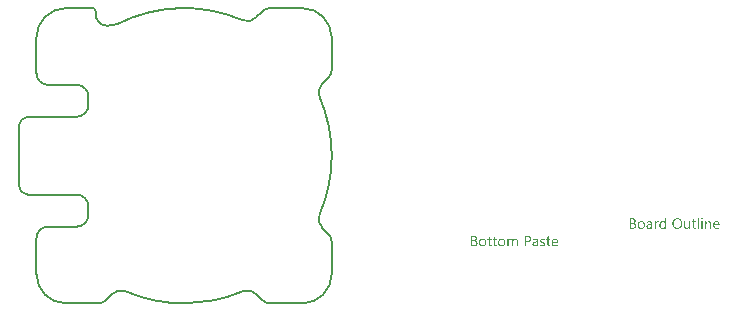
<source format=gbp>
G04*
G04 #@! TF.GenerationSoftware,Altium Limited,Altium Designer,22.5.1 (42)*
G04*
G04 Layer_Color=128*
%FSAX44Y44*%
%MOMM*%
G71*
G04*
G04 #@! TF.SameCoordinates,210B23D7-8BD8-4DAC-88D1-AF52DF2CA714*
G04*
G04*
G04 #@! TF.FilePolarity,Positive*
G04*
G01*
G75*
%ADD13C,0.2000*%
G36*
X00438642Y-00052543D02*
X00438712Y-00052558D01*
X00438783Y-00052582D01*
X00438862Y-00052621D01*
X00438940Y-00052668D01*
X00439019Y-00052731D01*
X00439026Y-00052739D01*
X00439050Y-00052762D01*
X00439081Y-00052802D01*
X00439120Y-00052857D01*
X00439152Y-00052927D01*
X00439183Y-00053006D01*
X00439207Y-00053100D01*
X00439215Y-00053202D01*
X00439215Y-00053218D01*
X00439215Y-00053249D01*
X00439207Y-00053296D01*
X00439191Y-00053367D01*
X00439168Y-00053437D01*
X00439128Y-00053516D01*
X00439081Y-00053594D01*
X00439019Y-00053673D01*
X00439011Y-00053681D01*
X00438987Y-00053704D01*
X00438940Y-00053736D01*
X00438885Y-00053767D01*
X00438814Y-00053798D01*
X00438736Y-00053830D01*
X00438650Y-00053853D01*
X00438548Y-00053861D01*
X00438500Y-00053861D01*
X00438453Y-00053853D01*
X00438383Y-00053838D01*
X00438312Y-00053814D01*
X00438234Y-00053783D01*
X00438155Y-00053744D01*
X00438077Y-00053681D01*
X00438069Y-00053673D01*
X00438045Y-00053649D01*
X00438014Y-00053602D01*
X00437982Y-00053547D01*
X00437951Y-00053485D01*
X00437920Y-00053398D01*
X00437896Y-00053304D01*
X00437888Y-00053202D01*
X00437888Y-00053186D01*
X00437888Y-00053155D01*
X00437896Y-00053100D01*
X00437912Y-00053037D01*
X00437935Y-00052959D01*
X00437967Y-00052880D01*
X00438014Y-00052802D01*
X00438077Y-00052731D01*
X00438084Y-00052723D01*
X00438108Y-00052700D01*
X00438155Y-00052668D01*
X00438210Y-00052629D01*
X00438281Y-00052598D01*
X00438359Y-00052566D01*
X00438446Y-00052543D01*
X00438548Y-00052535D01*
X00438595Y-00052535D01*
X00438642Y-00052543D01*
X00438642Y-00052543D02*
G37*
G36*
X00408244Y-00061851D02*
X00407224Y-00061851D01*
X00407224Y-00060776D01*
X00407200Y-00060776D01*
X00407192Y-00060792D01*
X00407169Y-00060831D01*
X00407122Y-00060886D01*
X00407067Y-00060964D01*
X00406988Y-00061058D01*
X00406902Y-00061160D01*
X00406792Y-00061270D01*
X00406659Y-00061388D01*
X00406517Y-00061506D01*
X00406353Y-00061616D01*
X00406172Y-00061718D01*
X00405976Y-00061812D01*
X00405764Y-00061890D01*
X00405528Y-00061945D01*
X00405277Y-00061985D01*
X00405010Y-00062000D01*
X00404955Y-00062000D01*
X00404893Y-00061992D01*
X00404814Y-00061985D01*
X00404712Y-00061977D01*
X00404594Y-00061953D01*
X00404461Y-00061930D01*
X00404320Y-00061890D01*
X00404171Y-00061851D01*
X00404014Y-00061788D01*
X00403857Y-00061726D01*
X00403692Y-00061639D01*
X00403535Y-00061545D01*
X00403378Y-00061427D01*
X00403229Y-00061294D01*
X00403088Y-00061145D01*
X00403080Y-00061137D01*
X00403056Y-00061105D01*
X00403025Y-00061058D01*
X00402978Y-00060988D01*
X00402923Y-00060901D01*
X00402860Y-00060799D01*
X00402797Y-00060674D01*
X00402734Y-00060532D01*
X00402664Y-00060375D01*
X00402601Y-00060203D01*
X00402538Y-00060007D01*
X00402483Y-00059803D01*
X00402436Y-00059583D01*
X00402405Y-00059339D01*
X00402381Y-00059088D01*
X00402373Y-00058822D01*
X00402373Y-00058814D01*
X00402373Y-00058806D01*
X00402373Y-00058782D01*
X00402373Y-00058751D01*
X00402381Y-00058672D01*
X00402389Y-00058562D01*
X00402397Y-00058421D01*
X00402413Y-00058272D01*
X00402436Y-00058099D01*
X00402475Y-00057911D01*
X00402515Y-00057715D01*
X00402570Y-00057503D01*
X00402632Y-00057299D01*
X00402711Y-00057079D01*
X00402797Y-00056875D01*
X00402907Y-00056671D01*
X00403025Y-00056475D01*
X00403166Y-00056286D01*
X00403174Y-00056279D01*
X00403205Y-00056247D01*
X00403252Y-00056200D01*
X00403315Y-00056137D01*
X00403394Y-00056067D01*
X00403488Y-00055980D01*
X00403606Y-00055894D01*
X00403731Y-00055808D01*
X00403880Y-00055721D01*
X00404037Y-00055635D01*
X00404210Y-00055549D01*
X00404398Y-00055478D01*
X00404602Y-00055415D01*
X00404822Y-00055368D01*
X00405050Y-00055337D01*
X00405293Y-00055329D01*
X00405348Y-00055329D01*
X00405419Y-00055337D01*
X00405505Y-00055345D01*
X00405615Y-00055360D01*
X00405740Y-00055384D01*
X00405874Y-00055415D01*
X00406023Y-00055455D01*
X00406180Y-00055509D01*
X00406337Y-00055580D01*
X00406494Y-00055666D01*
X00406651Y-00055768D01*
X00406800Y-00055886D01*
X00406949Y-00056020D01*
X00407082Y-00056184D01*
X00407200Y-00056365D01*
X00407224Y-00056365D01*
X00407224Y-00052417D01*
X00408244Y-00052417D01*
X00408244Y-00061851D01*
X00408244Y-00061851D02*
G37*
G36*
X00444348Y-00055337D02*
X00444418Y-00055337D01*
X00444505Y-00055352D01*
X00444607Y-00055368D01*
X00444716Y-00055384D01*
X00444834Y-00055415D01*
X00444960Y-00055447D01*
X00445093Y-00055494D01*
X00445227Y-00055549D01*
X00445360Y-00055619D01*
X00445486Y-00055698D01*
X00445611Y-00055784D01*
X00445729Y-00055894D01*
X00445839Y-00056012D01*
X00445847Y-00056020D01*
X00445862Y-00056043D01*
X00445894Y-00056082D01*
X00445925Y-00056137D01*
X00445965Y-00056208D01*
X00446012Y-00056294D01*
X00446067Y-00056396D01*
X00446121Y-00056506D01*
X00446169Y-00056640D01*
X00446223Y-00056781D01*
X00446271Y-00056946D01*
X00446310Y-00057118D01*
X00446341Y-00057307D01*
X00446373Y-00057511D01*
X00446388Y-00057723D01*
X00446396Y-00057958D01*
X00446396Y-00061851D01*
X00445376Y-00061851D01*
X00445376Y-00058217D01*
X00445376Y-00058209D01*
X00445376Y-00058194D01*
X00445376Y-00058170D01*
X00445376Y-00058131D01*
X00445368Y-00058084D01*
X00445368Y-00058029D01*
X00445352Y-00057903D01*
X00445329Y-00057746D01*
X00445297Y-00057574D01*
X00445250Y-00057393D01*
X00445187Y-00057205D01*
X00445109Y-00057016D01*
X00445015Y-00056836D01*
X00444897Y-00056663D01*
X00444748Y-00056506D01*
X00444583Y-00056381D01*
X00444489Y-00056326D01*
X00444379Y-00056279D01*
X00444269Y-00056239D01*
X00444151Y-00056216D01*
X00444026Y-00056200D01*
X00443892Y-00056192D01*
X00443822Y-00056192D01*
X00443767Y-00056200D01*
X00443704Y-00056208D01*
X00443626Y-00056224D01*
X00443539Y-00056239D01*
X00443453Y-00056263D01*
X00443351Y-00056294D01*
X00443249Y-00056333D01*
X00443147Y-00056381D01*
X00443037Y-00056435D01*
X00442935Y-00056506D01*
X00442825Y-00056585D01*
X00442723Y-00056671D01*
X00442629Y-00056773D01*
X00442621Y-00056781D01*
X00442605Y-00056797D01*
X00442582Y-00056828D01*
X00442550Y-00056875D01*
X00442511Y-00056930D01*
X00442472Y-00057001D01*
X00442425Y-00057079D01*
X00442378Y-00057165D01*
X00442331Y-00057267D01*
X00442284Y-00057377D01*
X00442244Y-00057495D01*
X00442205Y-00057621D01*
X00442174Y-00057762D01*
X00442150Y-00057903D01*
X00442134Y-00058060D01*
X00442127Y-00058217D01*
X00442127Y-00061851D01*
X00441106Y-00061851D01*
X00441106Y-00055478D01*
X00442127Y-00055478D01*
X00442127Y-00056538D01*
X00442150Y-00056538D01*
X00442158Y-00056522D01*
X00442181Y-00056483D01*
X00442229Y-00056428D01*
X00442284Y-00056349D01*
X00442362Y-00056255D01*
X00442448Y-00056153D01*
X00442558Y-00056043D01*
X00442684Y-00055933D01*
X00442825Y-00055823D01*
X00442982Y-00055714D01*
X00443155Y-00055611D01*
X00443335Y-00055517D01*
X00443539Y-00055439D01*
X00443759Y-00055384D01*
X00443994Y-00055345D01*
X00444246Y-00055329D01*
X00444293Y-00055329D01*
X00444348Y-00055337D01*
X00444348Y-00055337D02*
G37*
G36*
X00401227Y-00055376D02*
X00401314Y-00055376D01*
X00401408Y-00055392D01*
X00401510Y-00055407D01*
X00401612Y-00055423D01*
X00401698Y-00055455D01*
X00401698Y-00056514D01*
X00401683Y-00056506D01*
X00401651Y-00056483D01*
X00401589Y-00056451D01*
X00401502Y-00056412D01*
X00401384Y-00056373D01*
X00401259Y-00056341D01*
X00401102Y-00056318D01*
X00400921Y-00056310D01*
X00400859Y-00056310D01*
X00400812Y-00056318D01*
X00400756Y-00056326D01*
X00400694Y-00056341D01*
X00400545Y-00056389D01*
X00400458Y-00056420D01*
X00400372Y-00056459D01*
X00400278Y-00056514D01*
X00400184Y-00056569D01*
X00400097Y-00056640D01*
X00400003Y-00056726D01*
X00399917Y-00056820D01*
X00399830Y-00056930D01*
X00399823Y-00056938D01*
X00399815Y-00056961D01*
X00399791Y-00056993D01*
X00399760Y-00057040D01*
X00399728Y-00057103D01*
X00399689Y-00057181D01*
X00399650Y-00057267D01*
X00399611Y-00057369D01*
X00399571Y-00057479D01*
X00399532Y-00057605D01*
X00399493Y-00057746D01*
X00399462Y-00057895D01*
X00399430Y-00058060D01*
X00399407Y-00058233D01*
X00399399Y-00058413D01*
X00399391Y-00058610D01*
X00399391Y-00061851D01*
X00398371Y-00061851D01*
X00398371Y-00055478D01*
X00399391Y-00055478D01*
X00399391Y-00056797D01*
X00399414Y-00056797D01*
X00399414Y-00056789D01*
X00399422Y-00056765D01*
X00399438Y-00056734D01*
X00399454Y-00056687D01*
X00399477Y-00056632D01*
X00399509Y-00056561D01*
X00399579Y-00056412D01*
X00399673Y-00056239D01*
X00399791Y-00056067D01*
X00399925Y-00055902D01*
X00400081Y-00055745D01*
X00400089Y-00055737D01*
X00400105Y-00055729D01*
X00400129Y-00055714D01*
X00400160Y-00055682D01*
X00400199Y-00055658D01*
X00400254Y-00055627D01*
X00400372Y-00055557D01*
X00400521Y-00055486D01*
X00400694Y-00055423D01*
X00400882Y-00055384D01*
X00400984Y-00055376D01*
X00401086Y-00055368D01*
X00401149Y-00055368D01*
X00401227Y-00055376D01*
X00401227Y-00055376D02*
G37*
G36*
X00428564Y-00061851D02*
X00427544Y-00061851D01*
X00427544Y-00060847D01*
X00427520Y-00060847D01*
X00427512Y-00060862D01*
X00427489Y-00060894D01*
X00427450Y-00060956D01*
X00427402Y-00061027D01*
X00427332Y-00061113D01*
X00427246Y-00061207D01*
X00427151Y-00061317D01*
X00427034Y-00061419D01*
X00426908Y-00061529D01*
X00426759Y-00061631D01*
X00426602Y-00061733D01*
X00426421Y-00061820D01*
X00426225Y-00061890D01*
X00426021Y-00061953D01*
X00425794Y-00061985D01*
X00425550Y-00062000D01*
X00425495Y-00062000D01*
X00425456Y-00061992D01*
X00425401Y-00061992D01*
X00425338Y-00061985D01*
X00425268Y-00061969D01*
X00425197Y-00061961D01*
X00425024Y-00061914D01*
X00424828Y-00061859D01*
X00424624Y-00061773D01*
X00424522Y-00061718D01*
X00424412Y-00061663D01*
X00424302Y-00061592D01*
X00424200Y-00061521D01*
X00424098Y-00061435D01*
X00423996Y-00061341D01*
X00423894Y-00061231D01*
X00423800Y-00061121D01*
X00423714Y-00060996D01*
X00423627Y-00060854D01*
X00423557Y-00060705D01*
X00423486Y-00060548D01*
X00423423Y-00060375D01*
X00423368Y-00060187D01*
X00423329Y-00059983D01*
X00423298Y-00059771D01*
X00423282Y-00059536D01*
X00423274Y-00059292D01*
X00423274Y-00055478D01*
X00424287Y-00055478D01*
X00424287Y-00059128D01*
X00424287Y-00059135D01*
X00424287Y-00059151D01*
X00424287Y-00059175D01*
X00424287Y-00059214D01*
X00424295Y-00059261D01*
X00424295Y-00059316D01*
X00424310Y-00059442D01*
X00424334Y-00059598D01*
X00424365Y-00059763D01*
X00424420Y-00059952D01*
X00424483Y-00060132D01*
X00424561Y-00060321D01*
X00424663Y-00060509D01*
X00424789Y-00060674D01*
X00424938Y-00060831D01*
X00425119Y-00060956D01*
X00425213Y-00061011D01*
X00425323Y-00061058D01*
X00425440Y-00061098D01*
X00425558Y-00061121D01*
X00425691Y-00061137D01*
X00425833Y-00061145D01*
X00425903Y-00061145D01*
X00425958Y-00061137D01*
X00426021Y-00061129D01*
X00426092Y-00061113D01*
X00426178Y-00061098D01*
X00426264Y-00061074D01*
X00426359Y-00061051D01*
X00426461Y-00061011D01*
X00426563Y-00060964D01*
X00426665Y-00060909D01*
X00426767Y-00060847D01*
X00426869Y-00060776D01*
X00426963Y-00060690D01*
X00427057Y-00060595D01*
X00427065Y-00060588D01*
X00427081Y-00060572D01*
X00427104Y-00060540D01*
X00427136Y-00060493D01*
X00427167Y-00060438D01*
X00427214Y-00060375D01*
X00427253Y-00060297D01*
X00427300Y-00060211D01*
X00427348Y-00060109D01*
X00427387Y-00059999D01*
X00427434Y-00059881D01*
X00427465Y-00059756D01*
X00427497Y-00059614D01*
X00427520Y-00059473D01*
X00427536Y-00059316D01*
X00427544Y-00059151D01*
X00427544Y-00055478D01*
X00428564Y-00055478D01*
X00428564Y-00061851D01*
X00428564Y-00061851D02*
G37*
G36*
X00439042Y-00061851D02*
X00438022Y-00061851D01*
X00438022Y-00055478D01*
X00439042Y-00055478D01*
X00439042Y-00061851D01*
X00439042Y-00061851D02*
G37*
G36*
X00435957Y-00061851D02*
X00434937Y-00061851D01*
X00434937Y-00052417D01*
X00435957Y-00052417D01*
X00435957Y-00061851D01*
X00435957Y-00061851D02*
G37*
G36*
X00394297Y-00055337D02*
X00394352Y-00055337D01*
X00394407Y-00055345D01*
X00394478Y-00055352D01*
X00394556Y-00055368D01*
X00394721Y-00055399D01*
X00394917Y-00055455D01*
X00395113Y-00055525D01*
X00395325Y-00055627D01*
X00395537Y-00055753D01*
X00395639Y-00055823D01*
X00395741Y-00055910D01*
X00395835Y-00056004D01*
X00395930Y-00056098D01*
X00396016Y-00056208D01*
X00396095Y-00056333D01*
X00396173Y-00056459D01*
X00396244Y-00056600D01*
X00396298Y-00056757D01*
X00396353Y-00056922D01*
X00396393Y-00057095D01*
X00396424Y-00057291D01*
X00396440Y-00057487D01*
X00396448Y-00057707D01*
X00396448Y-00061851D01*
X00395427Y-00061851D01*
X00395427Y-00060862D01*
X00395404Y-00060862D01*
X00395396Y-00060878D01*
X00395372Y-00060909D01*
X00395333Y-00060964D01*
X00395278Y-00061043D01*
X00395208Y-00061129D01*
X00395121Y-00061223D01*
X00395027Y-00061325D01*
X00394909Y-00061427D01*
X00394776Y-00061537D01*
X00394635Y-00061639D01*
X00394470Y-00061733D01*
X00394297Y-00061820D01*
X00394101Y-00061898D01*
X00393897Y-00061953D01*
X00393677Y-00061985D01*
X00393442Y-00062000D01*
X00393347Y-00062000D01*
X00393285Y-00061992D01*
X00393206Y-00061985D01*
X00393112Y-00061977D01*
X00393010Y-00061961D01*
X00392900Y-00061937D01*
X00392657Y-00061875D01*
X00392539Y-00061835D01*
X00392413Y-00061788D01*
X00392288Y-00061733D01*
X00392170Y-00061663D01*
X00392060Y-00061584D01*
X00391950Y-00061498D01*
X00391942Y-00061490D01*
X00391927Y-00061474D01*
X00391903Y-00061443D01*
X00391864Y-00061404D01*
X00391825Y-00061357D01*
X00391786Y-00061294D01*
X00391731Y-00061223D01*
X00391684Y-00061145D01*
X00391637Y-00061051D01*
X00391589Y-00060949D01*
X00391542Y-00060839D01*
X00391503Y-00060721D01*
X00391464Y-00060595D01*
X00391440Y-00060462D01*
X00391424Y-00060313D01*
X00391417Y-00060164D01*
X00391417Y-00060156D01*
X00391417Y-00060140D01*
X00391417Y-00060117D01*
X00391424Y-00060085D01*
X00391424Y-00060046D01*
X00391432Y-00059999D01*
X00391448Y-00059881D01*
X00391479Y-00059740D01*
X00391527Y-00059583D01*
X00391589Y-00059410D01*
X00391684Y-00059230D01*
X00391793Y-00059049D01*
X00391927Y-00058869D01*
X00392013Y-00058782D01*
X00392099Y-00058696D01*
X00392202Y-00058610D01*
X00392304Y-00058531D01*
X00392421Y-00058453D01*
X00392547Y-00058382D01*
X00392680Y-00058319D01*
X00392829Y-00058256D01*
X00392986Y-00058201D01*
X00393151Y-00058154D01*
X00393332Y-00058115D01*
X00393520Y-00058084D01*
X00395427Y-00057817D01*
X00395427Y-00057809D01*
X00395427Y-00057801D01*
X00395427Y-00057778D01*
X00395427Y-00057746D01*
X00395420Y-00057668D01*
X00395404Y-00057566D01*
X00395388Y-00057440D01*
X00395357Y-00057299D01*
X00395317Y-00057158D01*
X00395262Y-00057001D01*
X00395192Y-00056852D01*
X00395106Y-00056702D01*
X00395004Y-00056569D01*
X00394878Y-00056443D01*
X00394721Y-00056341D01*
X00394548Y-00056263D01*
X00394454Y-00056231D01*
X00394344Y-00056208D01*
X00394234Y-00056200D01*
X00394117Y-00056192D01*
X00394062Y-00056192D01*
X00394007Y-00056200D01*
X00393920Y-00056208D01*
X00393818Y-00056216D01*
X00393701Y-00056231D01*
X00393567Y-00056255D01*
X00393426Y-00056286D01*
X00393269Y-00056333D01*
X00393104Y-00056381D01*
X00392932Y-00056443D01*
X00392751Y-00056522D01*
X00392570Y-00056616D01*
X00392390Y-00056718D01*
X00392209Y-00056836D01*
X00392037Y-00056977D01*
X00392037Y-00055933D01*
X00392045Y-00055925D01*
X00392076Y-00055910D01*
X00392131Y-00055878D01*
X00392202Y-00055839D01*
X00392296Y-00055792D01*
X00392398Y-00055745D01*
X00392523Y-00055690D01*
X00392665Y-00055627D01*
X00392814Y-00055572D01*
X00392979Y-00055517D01*
X00393159Y-00055470D01*
X00393347Y-00055423D01*
X00393551Y-00055384D01*
X00393756Y-00055352D01*
X00393975Y-00055337D01*
X00394203Y-00055329D01*
X00394258Y-00055329D01*
X00394297Y-00055337D01*
X00394297Y-00055337D02*
G37*
G36*
X00379981Y-00052935D02*
X00380075Y-00052943D01*
X00380185Y-00052959D01*
X00380311Y-00052974D01*
X00380452Y-00052998D01*
X00380593Y-00053029D01*
X00380743Y-00053068D01*
X00380900Y-00053116D01*
X00381049Y-00053170D01*
X00381206Y-00053233D01*
X00381347Y-00053312D01*
X00381488Y-00053398D01*
X00381622Y-00053500D01*
X00381629Y-00053508D01*
X00381653Y-00053524D01*
X00381684Y-00053555D01*
X00381724Y-00053602D01*
X00381779Y-00053657D01*
X00381834Y-00053728D01*
X00381896Y-00053806D01*
X00381959Y-00053893D01*
X00382022Y-00053995D01*
X00382085Y-00054104D01*
X00382140Y-00054230D01*
X00382195Y-00054356D01*
X00382234Y-00054497D01*
X00382265Y-00054646D01*
X00382289Y-00054803D01*
X00382297Y-00054968D01*
X00382297Y-00054976D01*
X00382297Y-00054999D01*
X00382297Y-00055038D01*
X00382289Y-00055093D01*
X00382281Y-00055164D01*
X00382273Y-00055235D01*
X00382265Y-00055321D01*
X00382249Y-00055415D01*
X00382195Y-00055627D01*
X00382124Y-00055847D01*
X00382077Y-00055965D01*
X00382022Y-00056075D01*
X00381959Y-00056184D01*
X00381889Y-00056294D01*
X00381881Y-00056302D01*
X00381873Y-00056318D01*
X00381849Y-00056349D01*
X00381810Y-00056389D01*
X00381771Y-00056428D01*
X00381724Y-00056483D01*
X00381661Y-00056538D01*
X00381598Y-00056600D01*
X00381520Y-00056663D01*
X00381433Y-00056734D01*
X00381339Y-00056797D01*
X00381237Y-00056867D01*
X00381127Y-00056930D01*
X00381017Y-00056985D01*
X00380758Y-00057087D01*
X00380758Y-00057111D01*
X00380766Y-00057111D01*
X00380798Y-00057118D01*
X00380845Y-00057126D01*
X00380907Y-00057134D01*
X00380986Y-00057150D01*
X00381072Y-00057173D01*
X00381174Y-00057205D01*
X00381276Y-00057236D01*
X00381504Y-00057322D01*
X00381629Y-00057377D01*
X00381747Y-00057448D01*
X00381865Y-00057519D01*
X00381983Y-00057597D01*
X00382100Y-00057691D01*
X00382202Y-00057793D01*
X00382210Y-00057801D01*
X00382226Y-00057817D01*
X00382249Y-00057848D01*
X00382289Y-00057895D01*
X00382328Y-00057958D01*
X00382375Y-00058021D01*
X00382422Y-00058107D01*
X00382477Y-00058194D01*
X00382524Y-00058296D01*
X00382571Y-00058413D01*
X00382618Y-00058531D01*
X00382658Y-00058665D01*
X00382697Y-00058814D01*
X00382720Y-00058963D01*
X00382736Y-00059120D01*
X00382744Y-00059292D01*
X00382744Y-00059308D01*
X00382744Y-00059339D01*
X00382736Y-00059402D01*
X00382728Y-00059481D01*
X00382720Y-00059583D01*
X00382697Y-00059693D01*
X00382673Y-00059818D01*
X00382642Y-00059952D01*
X00382595Y-00060101D01*
X00382540Y-00060250D01*
X00382477Y-00060399D01*
X00382399Y-00060556D01*
X00382304Y-00060713D01*
X00382195Y-00060862D01*
X00382069Y-00061003D01*
X00381920Y-00061145D01*
X00381912Y-00061153D01*
X00381881Y-00061176D01*
X00381834Y-00061207D01*
X00381771Y-00061255D01*
X00381692Y-00061309D01*
X00381590Y-00061364D01*
X00381480Y-00061435D01*
X00381355Y-00061498D01*
X00381206Y-00061561D01*
X00381049Y-00061624D01*
X00380884Y-00061686D01*
X00380695Y-00061741D01*
X00380499Y-00061788D01*
X00380295Y-00061820D01*
X00380075Y-00061843D01*
X00379848Y-00061851D01*
X00377250Y-00061851D01*
X00377250Y-00052927D01*
X00379895Y-00052927D01*
X00379981Y-00052935D01*
X00379981Y-00052935D02*
G37*
G36*
X00431970Y-00055478D02*
X00433579Y-00055478D01*
X00433579Y-00056357D01*
X00431970Y-00056357D01*
X00431970Y-00059944D01*
X00431970Y-00059952D01*
X00431970Y-00059975D01*
X00431970Y-00060007D01*
X00431970Y-00060046D01*
X00431978Y-00060101D01*
X00431986Y-00060164D01*
X00432002Y-00060297D01*
X00432025Y-00060454D01*
X00432065Y-00060603D01*
X00432119Y-00060744D01*
X00432151Y-00060807D01*
X00432190Y-00060862D01*
X00432198Y-00060870D01*
X00432229Y-00060901D01*
X00432284Y-00060949D01*
X00432363Y-00060996D01*
X00432465Y-00061051D01*
X00432590Y-00061090D01*
X00432740Y-00061121D01*
X00432912Y-00061137D01*
X00432975Y-00061137D01*
X00433046Y-00061129D01*
X00433140Y-00061113D01*
X00433242Y-00061082D01*
X00433360Y-00061051D01*
X00433470Y-00060996D01*
X00433579Y-00060925D01*
X00433579Y-00061796D01*
X00433572Y-00061796D01*
X00433564Y-00061804D01*
X00433540Y-00061812D01*
X00433517Y-00061828D01*
X00433430Y-00061859D01*
X00433328Y-00061890D01*
X00433187Y-00061922D01*
X00433022Y-00061953D01*
X00432834Y-00061977D01*
X00432622Y-00061985D01*
X00432551Y-00061985D01*
X00432465Y-00061969D01*
X00432363Y-00061953D01*
X00432237Y-00061930D01*
X00432096Y-00061883D01*
X00431939Y-00061828D01*
X00431790Y-00061749D01*
X00431633Y-00061655D01*
X00431476Y-00061529D01*
X00431335Y-00061380D01*
X00431272Y-00061294D01*
X00431209Y-00061200D01*
X00431154Y-00061098D01*
X00431107Y-00060988D01*
X00431060Y-00060870D01*
X00431021Y-00060737D01*
X00430989Y-00060603D01*
X00430966Y-00060454D01*
X00430958Y-00060297D01*
X00430950Y-00060124D01*
X00430950Y-00056357D01*
X00429859Y-00056357D01*
X00429859Y-00055478D01*
X00430950Y-00055478D01*
X00430950Y-00053924D01*
X00431970Y-00053594D01*
X00431970Y-00055478D01*
X00431970Y-00055478D02*
G37*
G36*
X00450941Y-00055337D02*
X00451027Y-00055345D01*
X00451137Y-00055352D01*
X00451254Y-00055368D01*
X00451388Y-00055399D01*
X00451529Y-00055431D01*
X00451686Y-00055470D01*
X00451843Y-00055525D01*
X00452000Y-00055596D01*
X00452165Y-00055674D01*
X00452322Y-00055768D01*
X00452471Y-00055878D01*
X00452620Y-00056004D01*
X00452753Y-00056145D01*
X00452761Y-00056153D01*
X00452785Y-00056184D01*
X00452816Y-00056231D01*
X00452863Y-00056294D01*
X00452910Y-00056373D01*
X00452973Y-00056475D01*
X00453036Y-00056592D01*
X00453099Y-00056726D01*
X00453162Y-00056883D01*
X00453224Y-00057048D01*
X00453287Y-00057236D01*
X00453334Y-00057432D01*
X00453381Y-00057652D01*
X00453413Y-00057880D01*
X00453436Y-00058131D01*
X00453444Y-00058390D01*
X00453444Y-00058924D01*
X00448939Y-00058924D01*
X00448939Y-00058939D01*
X00448939Y-00058971D01*
X00448947Y-00059026D01*
X00448955Y-00059096D01*
X00448963Y-00059190D01*
X00448978Y-00059292D01*
X00448994Y-00059402D01*
X00449025Y-00059528D01*
X00449096Y-00059795D01*
X00449143Y-00059928D01*
X00449198Y-00060069D01*
X00449261Y-00060203D01*
X00449332Y-00060336D01*
X00449418Y-00060454D01*
X00449512Y-00060572D01*
X00449520Y-00060580D01*
X00449536Y-00060595D01*
X00449567Y-00060627D01*
X00449614Y-00060658D01*
X00449669Y-00060705D01*
X00449740Y-00060752D01*
X00449818Y-00060807D01*
X00449905Y-00060854D01*
X00450006Y-00060909D01*
X00450124Y-00060964D01*
X00450242Y-00061011D01*
X00450383Y-00061058D01*
X00450524Y-00061090D01*
X00450681Y-00061121D01*
X00450846Y-00061137D01*
X00451019Y-00061145D01*
X00451066Y-00061145D01*
X00451121Y-00061137D01*
X00451199Y-00061137D01*
X00451294Y-00061121D01*
X00451404Y-00061105D01*
X00451529Y-00061082D01*
X00451670Y-00061058D01*
X00451819Y-00061019D01*
X00451977Y-00060972D01*
X00452141Y-00060917D01*
X00452306Y-00060847D01*
X00452479Y-00060768D01*
X00452651Y-00060674D01*
X00452824Y-00060564D01*
X00452997Y-00060438D01*
X00452997Y-00061396D01*
X00452989Y-00061404D01*
X00452958Y-00061419D01*
X00452910Y-00061451D01*
X00452848Y-00061490D01*
X00452761Y-00061537D01*
X00452659Y-00061584D01*
X00452542Y-00061639D01*
X00452408Y-00061694D01*
X00452251Y-00061757D01*
X00452086Y-00061812D01*
X00451906Y-00061859D01*
X00451710Y-00061906D01*
X00451498Y-00061945D01*
X00451270Y-00061977D01*
X00451027Y-00061992D01*
X00450776Y-00062000D01*
X00450713Y-00062000D01*
X00450650Y-00061992D01*
X00450556Y-00061985D01*
X00450438Y-00061977D01*
X00450305Y-00061953D01*
X00450163Y-00061930D01*
X00450006Y-00061890D01*
X00449842Y-00061843D01*
X00449669Y-00061788D01*
X00449488Y-00061718D01*
X00449316Y-00061639D01*
X00449135Y-00061537D01*
X00448970Y-00061419D01*
X00448806Y-00061286D01*
X00448657Y-00061137D01*
X00448649Y-00061129D01*
X00448625Y-00061098D01*
X00448586Y-00061043D01*
X00448539Y-00060972D01*
X00448476Y-00060886D01*
X00448413Y-00060776D01*
X00448343Y-00060650D01*
X00448272Y-00060501D01*
X00448201Y-00060344D01*
X00448131Y-00060156D01*
X00448068Y-00059960D01*
X00448005Y-00059740D01*
X00447958Y-00059504D01*
X00447919Y-00059253D01*
X00447895Y-00058979D01*
X00447887Y-00058696D01*
X00447887Y-00058688D01*
X00447887Y-00058680D01*
X00447887Y-00058657D01*
X00447887Y-00058633D01*
X00447895Y-00058555D01*
X00447903Y-00058445D01*
X00447911Y-00058319D01*
X00447934Y-00058178D01*
X00447958Y-00058013D01*
X00447989Y-00057833D01*
X00448036Y-00057644D01*
X00448091Y-00057448D01*
X00448162Y-00057244D01*
X00448241Y-00057040D01*
X00448335Y-00056844D01*
X00448452Y-00056640D01*
X00448578Y-00056451D01*
X00448727Y-00056271D01*
X00448735Y-00056263D01*
X00448766Y-00056231D01*
X00448814Y-00056184D01*
X00448876Y-00056122D01*
X00448963Y-00056051D01*
X00449065Y-00055972D01*
X00449174Y-00055886D01*
X00449308Y-00055800D01*
X00449449Y-00055714D01*
X00449614Y-00055627D01*
X00449787Y-00055549D01*
X00449967Y-00055478D01*
X00450163Y-00055415D01*
X00450375Y-00055368D01*
X00450595Y-00055337D01*
X00450823Y-00055329D01*
X00450878Y-00055329D01*
X00450941Y-00055337D01*
X00450941Y-00055337D02*
G37*
G36*
X00417812Y-00052786D02*
X00417867Y-00052786D01*
X00417921Y-00052794D01*
X00417992Y-00052794D01*
X00418149Y-00052817D01*
X00418330Y-00052841D01*
X00418534Y-00052880D01*
X00418753Y-00052935D01*
X00418981Y-00052998D01*
X00419224Y-00053084D01*
X00419468Y-00053186D01*
X00419719Y-00053304D01*
X00419970Y-00053445D01*
X00420205Y-00053610D01*
X00420441Y-00053806D01*
X00420661Y-00054026D01*
X00420676Y-00054042D01*
X00420708Y-00054081D01*
X00420763Y-00054152D01*
X00420841Y-00054254D01*
X00420920Y-00054379D01*
X00421022Y-00054528D01*
X00421124Y-00054701D01*
X00421226Y-00054897D01*
X00421328Y-00055125D01*
X00421430Y-00055368D01*
X00421532Y-00055635D01*
X00421618Y-00055925D01*
X00421689Y-00056239D01*
X00421744Y-00056569D01*
X00421775Y-00056914D01*
X00421791Y-00057283D01*
X00421791Y-00057291D01*
X00421791Y-00057307D01*
X00421791Y-00057338D01*
X00421791Y-00057377D01*
X00421783Y-00057432D01*
X00421783Y-00057495D01*
X00421775Y-00057566D01*
X00421775Y-00057644D01*
X00421767Y-00057731D01*
X00421759Y-00057825D01*
X00421728Y-00058037D01*
X00421697Y-00058280D01*
X00421650Y-00058531D01*
X00421587Y-00058806D01*
X00421508Y-00059088D01*
X00421414Y-00059371D01*
X00421304Y-00059661D01*
X00421171Y-00059944D01*
X00421014Y-00060226D01*
X00420833Y-00060485D01*
X00420629Y-00060737D01*
X00420614Y-00060752D01*
X00420574Y-00060792D01*
X00420512Y-00060854D01*
X00420417Y-00060933D01*
X00420299Y-00061027D01*
X00420158Y-00061137D01*
X00420001Y-00061247D01*
X00419813Y-00061364D01*
X00419601Y-00061482D01*
X00419366Y-00061600D01*
X00419114Y-00061710D01*
X00418840Y-00061804D01*
X00418541Y-00061883D01*
X00418228Y-00061945D01*
X00417890Y-00061985D01*
X00417537Y-00062000D01*
X00417450Y-00062000D01*
X00417411Y-00061992D01*
X00417356Y-00061992D01*
X00417294Y-00061985D01*
X00417223Y-00061977D01*
X00417058Y-00061961D01*
X00416878Y-00061937D01*
X00416666Y-00061898D01*
X00416446Y-00061843D01*
X00416203Y-00061780D01*
X00415959Y-00061694D01*
X00415708Y-00061592D01*
X00415449Y-00061474D01*
X00415198Y-00061333D01*
X00414955Y-00061160D01*
X00414711Y-00060972D01*
X00414492Y-00060752D01*
X00414476Y-00060737D01*
X00414445Y-00060697D01*
X00414389Y-00060627D01*
X00414311Y-00060525D01*
X00414225Y-00060399D01*
X00414131Y-00060250D01*
X00414029Y-00060077D01*
X00413927Y-00059873D01*
X00413817Y-00059654D01*
X00413715Y-00059410D01*
X00413620Y-00059143D01*
X00413534Y-00058853D01*
X00413456Y-00058539D01*
X00413401Y-00058209D01*
X00413369Y-00057864D01*
X00413354Y-00057495D01*
X00413354Y-00057487D01*
X00413354Y-00057472D01*
X00413354Y-00057440D01*
X00413354Y-00057401D01*
X00413361Y-00057346D01*
X00413361Y-00057291D01*
X00413369Y-00057220D01*
X00413369Y-00057142D01*
X00413377Y-00057056D01*
X00413393Y-00056954D01*
X00413416Y-00056750D01*
X00413448Y-00056514D01*
X00413503Y-00056263D01*
X00413558Y-00055988D01*
X00413636Y-00055714D01*
X00413730Y-00055431D01*
X00413840Y-00055141D01*
X00413974Y-00054858D01*
X00414131Y-00054583D01*
X00414311Y-00054316D01*
X00414515Y-00054065D01*
X00414531Y-00054050D01*
X00414570Y-00054010D01*
X00414633Y-00053948D01*
X00414727Y-00053861D01*
X00414845Y-00053767D01*
X00414994Y-00053657D01*
X00415159Y-00053539D01*
X00415347Y-00053422D01*
X00415567Y-00053304D01*
X00415802Y-00053186D01*
X00416061Y-00053076D01*
X00416344Y-00052982D01*
X00416650Y-00052896D01*
X00416972Y-00052833D01*
X00417317Y-00052794D01*
X00417686Y-00052778D01*
X00417764Y-00052778D01*
X00417812Y-00052786D01*
X00417812Y-00052786D02*
G37*
G36*
X00387367Y-00055337D02*
X00387469Y-00055345D01*
X00387587Y-00055352D01*
X00387728Y-00055376D01*
X00387877Y-00055399D01*
X00388042Y-00055439D01*
X00388222Y-00055486D01*
X00388403Y-00055541D01*
X00388583Y-00055611D01*
X00388772Y-00055698D01*
X00388952Y-00055800D01*
X00389133Y-00055918D01*
X00389298Y-00056051D01*
X00389454Y-00056208D01*
X00389462Y-00056216D01*
X00389486Y-00056247D01*
X00389525Y-00056302D01*
X00389580Y-00056373D01*
X00389643Y-00056459D01*
X00389706Y-00056569D01*
X00389784Y-00056695D01*
X00389855Y-00056844D01*
X00389933Y-00057009D01*
X00390004Y-00057189D01*
X00390067Y-00057385D01*
X00390130Y-00057605D01*
X00390185Y-00057840D01*
X00390224Y-00058092D01*
X00390247Y-00058358D01*
X00390255Y-00058641D01*
X00390255Y-00058649D01*
X00390255Y-00058657D01*
X00390255Y-00058680D01*
X00390255Y-00058712D01*
X00390247Y-00058790D01*
X00390239Y-00058892D01*
X00390232Y-00059026D01*
X00390208Y-00059175D01*
X00390185Y-00059339D01*
X00390145Y-00059520D01*
X00390098Y-00059708D01*
X00390043Y-00059913D01*
X00389972Y-00060117D01*
X00389894Y-00060321D01*
X00389792Y-00060525D01*
X00389674Y-00060721D01*
X00389541Y-00060909D01*
X00389392Y-00061090D01*
X00389384Y-00061098D01*
X00389352Y-00061129D01*
X00389305Y-00061176D01*
X00389235Y-00061231D01*
X00389148Y-00061302D01*
X00389046Y-00061380D01*
X00388921Y-00061459D01*
X00388780Y-00061545D01*
X00388623Y-00061631D01*
X00388450Y-00061710D01*
X00388262Y-00061788D01*
X00388058Y-00061859D01*
X00387830Y-00061914D01*
X00387594Y-00061961D01*
X00387351Y-00061992D01*
X00387084Y-00062000D01*
X00387021Y-00062000D01*
X00386951Y-00061992D01*
X00386849Y-00061985D01*
X00386731Y-00061977D01*
X00386590Y-00061953D01*
X00386441Y-00061930D01*
X00386276Y-00061890D01*
X00386095Y-00061843D01*
X00385915Y-00061780D01*
X00385727Y-00061710D01*
X00385538Y-00061624D01*
X00385350Y-00061521D01*
X00385161Y-00061404D01*
X00384989Y-00061270D01*
X00384824Y-00061113D01*
X00384816Y-00061105D01*
X00384785Y-00061074D01*
X00384745Y-00061019D01*
X00384690Y-00060949D01*
X00384628Y-00060862D01*
X00384557Y-00060752D01*
X00384486Y-00060627D01*
X00384408Y-00060478D01*
X00384329Y-00060321D01*
X00384251Y-00060140D01*
X00384180Y-00059944D01*
X00384118Y-00059732D01*
X00384063Y-00059512D01*
X00384023Y-00059269D01*
X00383992Y-00059010D01*
X00383984Y-00058743D01*
X00383984Y-00058735D01*
X00383984Y-00058727D01*
X00383984Y-00058704D01*
X00383984Y-00058672D01*
X00383992Y-00058586D01*
X00384000Y-00058476D01*
X00384008Y-00058343D01*
X00384031Y-00058186D01*
X00384055Y-00058013D01*
X00384094Y-00057825D01*
X00384141Y-00057628D01*
X00384196Y-00057425D01*
X00384267Y-00057213D01*
X00384353Y-00057001D01*
X00384455Y-00056797D01*
X00384565Y-00056600D01*
X00384698Y-00056412D01*
X00384855Y-00056231D01*
X00384863Y-00056224D01*
X00384894Y-00056192D01*
X00384949Y-00056145D01*
X00385020Y-00056090D01*
X00385106Y-00056020D01*
X00385216Y-00055949D01*
X00385342Y-00055863D01*
X00385483Y-00055776D01*
X00385640Y-00055698D01*
X00385821Y-00055611D01*
X00386017Y-00055541D01*
X00386229Y-00055470D01*
X00386456Y-00055415D01*
X00386700Y-00055368D01*
X00386959Y-00055337D01*
X00387233Y-00055329D01*
X00387296Y-00055329D01*
X00387367Y-00055337D01*
X00387367Y-00055337D02*
G37*
G36*
X00304046Y-00070087D02*
X00304117Y-00070087D01*
X00304203Y-00070095D01*
X00304298Y-00070103D01*
X00304400Y-00070118D01*
X00304635Y-00070150D01*
X00304878Y-00070205D01*
X00305137Y-00070275D01*
X00305389Y-00070369D01*
X00305389Y-00071405D01*
X00305381Y-00071398D01*
X00305357Y-00071382D01*
X00305318Y-00071366D01*
X00305263Y-00071335D01*
X00305200Y-00071295D01*
X00305122Y-00071256D01*
X00305028Y-00071217D01*
X00304925Y-00071170D01*
X00304808Y-00071131D01*
X00304690Y-00071091D01*
X00304557Y-00071052D01*
X00304415Y-00071013D01*
X00304258Y-00070981D01*
X00304101Y-00070966D01*
X00303944Y-00070950D01*
X00303772Y-00070942D01*
X00303670Y-00070942D01*
X00303599Y-00070950D01*
X00303521Y-00070958D01*
X00303434Y-00070974D01*
X00303254Y-00071013D01*
X00303246Y-00071013D01*
X00303214Y-00071021D01*
X00303175Y-00071037D01*
X00303120Y-00071060D01*
X00302995Y-00071115D01*
X00302861Y-00071193D01*
X00302853Y-00071201D01*
X00302838Y-00071217D01*
X00302806Y-00071241D01*
X00302767Y-00071272D01*
X00302681Y-00071358D01*
X00302602Y-00071476D01*
X00302602Y-00071484D01*
X00302586Y-00071507D01*
X00302579Y-00071539D01*
X00302563Y-00071586D01*
X00302547Y-00071633D01*
X00302532Y-00071696D01*
X00302524Y-00071766D01*
X00302516Y-00071837D01*
X00302516Y-00071845D01*
X00302516Y-00071876D01*
X00302524Y-00071923D01*
X00302524Y-00071986D01*
X00302540Y-00072049D01*
X00302555Y-00072120D01*
X00302571Y-00072190D01*
X00302602Y-00072261D01*
X00302610Y-00072269D01*
X00302618Y-00072292D01*
X00302642Y-00072324D01*
X00302673Y-00072363D01*
X00302712Y-00072402D01*
X00302751Y-00072457D01*
X00302869Y-00072559D01*
X00302877Y-00072567D01*
X00302901Y-00072583D01*
X00302940Y-00072606D01*
X00302987Y-00072638D01*
X00303050Y-00072669D01*
X00303120Y-00072708D01*
X00303207Y-00072755D01*
X00303293Y-00072794D01*
X00303301Y-00072802D01*
X00303340Y-00072810D01*
X00303387Y-00072834D01*
X00303458Y-00072857D01*
X00303544Y-00072897D01*
X00303638Y-00072936D01*
X00303740Y-00072975D01*
X00303858Y-00073022D01*
X00303866Y-00073022D01*
X00303874Y-00073030D01*
X00303897Y-00073038D01*
X00303929Y-00073046D01*
X00304007Y-00073077D01*
X00304109Y-00073124D01*
X00304227Y-00073171D01*
X00304360Y-00073226D01*
X00304494Y-00073289D01*
X00304619Y-00073352D01*
X00304627Y-00073352D01*
X00304635Y-00073360D01*
X00304674Y-00073383D01*
X00304737Y-00073415D01*
X00304816Y-00073462D01*
X00304910Y-00073524D01*
X00305004Y-00073587D01*
X00305098Y-00073666D01*
X00305192Y-00073744D01*
X00305200Y-00073752D01*
X00305231Y-00073783D01*
X00305271Y-00073823D01*
X00305326Y-00073885D01*
X00305381Y-00073956D01*
X00305443Y-00074043D01*
X00305498Y-00074137D01*
X00305553Y-00074239D01*
X00305561Y-00074254D01*
X00305577Y-00074286D01*
X00305593Y-00074349D01*
X00305616Y-00074427D01*
X00305640Y-00074521D01*
X00305663Y-00074631D01*
X00305671Y-00074757D01*
X00305679Y-00074898D01*
X00305679Y-00074906D01*
X00305679Y-00074921D01*
X00305679Y-00074945D01*
X00305679Y-00074977D01*
X00305671Y-00075063D01*
X00305655Y-00075181D01*
X00305624Y-00075306D01*
X00305593Y-00075447D01*
X00305538Y-00075589D01*
X00305467Y-00075722D01*
X00305459Y-00075738D01*
X00305428Y-00075777D01*
X00305381Y-00075840D01*
X00305318Y-00075926D01*
X00305239Y-00076013D01*
X00305145Y-00076115D01*
X00305035Y-00076209D01*
X00304910Y-00076303D01*
X00304894Y-00076311D01*
X00304847Y-00076342D01*
X00304776Y-00076381D01*
X00304682Y-00076428D01*
X00304564Y-00076483D01*
X00304423Y-00076538D01*
X00304274Y-00076593D01*
X00304109Y-00076640D01*
X00304101Y-00076640D01*
X00304086Y-00076648D01*
X00304062Y-00076648D01*
X00304031Y-00076656D01*
X00303991Y-00076664D01*
X00303944Y-00076672D01*
X00303827Y-00076695D01*
X00303678Y-00076719D01*
X00303521Y-00076734D01*
X00303348Y-00076742D01*
X00303160Y-00076750D01*
X00303065Y-00076750D01*
X00302995Y-00076742D01*
X00302908Y-00076742D01*
X00302814Y-00076727D01*
X00302696Y-00076719D01*
X00302579Y-00076703D01*
X00302445Y-00076680D01*
X00302312Y-00076656D01*
X00302029Y-00076593D01*
X00301739Y-00076499D01*
X00301598Y-00076436D01*
X00301456Y-00076374D01*
X00301456Y-00075283D01*
X00301464Y-00075290D01*
X00301496Y-00075306D01*
X00301543Y-00075338D01*
X00301605Y-00075377D01*
X00301684Y-00075424D01*
X00301770Y-00075479D01*
X00301880Y-00075534D01*
X00301998Y-00075589D01*
X00302131Y-00075644D01*
X00302273Y-00075698D01*
X00302422Y-00075753D01*
X00302579Y-00075801D01*
X00302751Y-00075840D01*
X00302924Y-00075871D01*
X00303104Y-00075887D01*
X00303293Y-00075895D01*
X00303348Y-00075895D01*
X00303419Y-00075887D01*
X00303505Y-00075879D01*
X00303607Y-00075863D01*
X00303717Y-00075848D01*
X00303842Y-00075816D01*
X00303968Y-00075785D01*
X00304086Y-00075738D01*
X00304211Y-00075675D01*
X00304321Y-00075604D01*
X00304423Y-00075518D01*
X00304509Y-00075416D01*
X00304580Y-00075298D01*
X00304619Y-00075157D01*
X00304635Y-00075079D01*
X00304635Y-00075000D01*
X00304635Y-00074992D01*
X00304635Y-00074953D01*
X00304627Y-00074906D01*
X00304619Y-00074851D01*
X00304604Y-00074780D01*
X00304588Y-00074710D01*
X00304557Y-00074639D01*
X00304517Y-00074568D01*
X00304509Y-00074560D01*
X00304494Y-00074537D01*
X00304470Y-00074506D01*
X00304439Y-00074458D01*
X00304392Y-00074411D01*
X00304345Y-00074356D01*
X00304282Y-00074309D01*
X00304211Y-00074254D01*
X00304203Y-00074247D01*
X00304180Y-00074231D01*
X00304133Y-00074207D01*
X00304078Y-00074168D01*
X00304015Y-00074129D01*
X00303937Y-00074090D01*
X00303842Y-00074050D01*
X00303748Y-00074011D01*
X00303732Y-00074003D01*
X00303701Y-00073995D01*
X00303646Y-00073972D01*
X00303575Y-00073940D01*
X00303497Y-00073901D01*
X00303395Y-00073862D01*
X00303293Y-00073823D01*
X00303183Y-00073776D01*
X00303175Y-00073776D01*
X00303167Y-00073768D01*
X00303144Y-00073760D01*
X00303112Y-00073744D01*
X00303034Y-00073713D01*
X00302932Y-00073674D01*
X00302814Y-00073619D01*
X00302689Y-00073564D01*
X00302563Y-00073501D01*
X00302437Y-00073438D01*
X00302422Y-00073430D01*
X00302383Y-00073407D01*
X00302327Y-00073375D01*
X00302249Y-00073328D01*
X00302163Y-00073266D01*
X00302076Y-00073203D01*
X00301982Y-00073132D01*
X00301896Y-00073053D01*
X00301888Y-00073046D01*
X00301864Y-00073014D01*
X00301825Y-00072975D01*
X00301778Y-00072912D01*
X00301723Y-00072842D01*
X00301668Y-00072755D01*
X00301621Y-00072669D01*
X00301574Y-00072567D01*
X00301566Y-00072551D01*
X00301558Y-00072520D01*
X00301543Y-00072457D01*
X00301527Y-00072386D01*
X00301503Y-00072292D01*
X00301488Y-00072182D01*
X00301480Y-00072057D01*
X00301472Y-00071923D01*
X00301472Y-00071915D01*
X00301472Y-00071900D01*
X00301472Y-00071876D01*
X00301472Y-00071845D01*
X00301480Y-00071766D01*
X00301496Y-00071656D01*
X00301519Y-00071531D01*
X00301558Y-00071398D01*
X00301605Y-00071264D01*
X00301676Y-00071131D01*
X00301676Y-00071123D01*
X00301684Y-00071115D01*
X00301715Y-00071076D01*
X00301762Y-00071013D01*
X00301817Y-00070927D01*
X00301896Y-00070840D01*
X00301990Y-00070746D01*
X00302100Y-00070644D01*
X00302218Y-00070558D01*
X00302225Y-00070558D01*
X00302233Y-00070550D01*
X00302280Y-00070518D01*
X00302351Y-00070479D01*
X00302445Y-00070424D01*
X00302563Y-00070369D01*
X00302696Y-00070307D01*
X00302845Y-00070252D01*
X00303002Y-00070205D01*
X00303010Y-00070205D01*
X00303026Y-00070197D01*
X00303050Y-00070189D01*
X00303081Y-00070181D01*
X00303120Y-00070173D01*
X00303167Y-00070165D01*
X00303277Y-00070142D01*
X00303419Y-00070118D01*
X00303568Y-00070095D01*
X00303732Y-00070087D01*
X00303905Y-00070079D01*
X00303984Y-00070079D01*
X00304046Y-00070087D01*
X00304046Y-00070087D02*
G37*
G36*
X00280783Y-00070087D02*
X00280830Y-00070087D01*
X00280885Y-00070095D01*
X00281019Y-00070118D01*
X00281176Y-00070157D01*
X00281356Y-00070212D01*
X00281544Y-00070299D01*
X00281741Y-00070401D01*
X00281843Y-00070471D01*
X00281937Y-00070542D01*
X00282031Y-00070620D01*
X00282125Y-00070715D01*
X00282219Y-00070817D01*
X00282306Y-00070927D01*
X00282384Y-00071044D01*
X00282463Y-00071178D01*
X00282533Y-00071319D01*
X00282596Y-00071476D01*
X00282651Y-00071641D01*
X00282706Y-00071821D01*
X00282737Y-00072010D01*
X00282769Y-00072222D01*
X00282785Y-00072441D01*
X00282792Y-00072677D01*
X00282792Y-00076601D01*
X00281772Y-00076601D01*
X00281772Y-00072944D01*
X00281772Y-00072928D01*
X00281772Y-00072897D01*
X00281772Y-00072842D01*
X00281764Y-00072771D01*
X00281764Y-00072685D01*
X00281756Y-00072583D01*
X00281749Y-00072473D01*
X00281733Y-00072355D01*
X00281694Y-00072104D01*
X00281631Y-00071853D01*
X00281599Y-00071727D01*
X00281552Y-00071617D01*
X00281497Y-00071507D01*
X00281442Y-00071413D01*
X00281442Y-00071405D01*
X00281427Y-00071390D01*
X00281411Y-00071366D01*
X00281380Y-00071343D01*
X00281348Y-00071303D01*
X00281301Y-00071264D01*
X00281246Y-00071225D01*
X00281183Y-00071178D01*
X00281113Y-00071131D01*
X00281034Y-00071091D01*
X00280940Y-00071052D01*
X00280846Y-00071013D01*
X00280736Y-00070989D01*
X00280611Y-00070966D01*
X00280485Y-00070950D01*
X00280344Y-00070942D01*
X00280281Y-00070942D01*
X00280234Y-00070950D01*
X00280179Y-00070958D01*
X00280116Y-00070974D01*
X00279959Y-00071013D01*
X00279873Y-00071044D01*
X00279786Y-00071091D01*
X00279692Y-00071139D01*
X00279606Y-00071193D01*
X00279512Y-00071264D01*
X00279417Y-00071343D01*
X00279323Y-00071437D01*
X00279237Y-00071539D01*
X00279229Y-00071547D01*
X00279221Y-00071562D01*
X00279198Y-00071602D01*
X00279166Y-00071641D01*
X00279135Y-00071704D01*
X00279096Y-00071774D01*
X00279049Y-00071853D01*
X00279009Y-00071939D01*
X00278970Y-00072041D01*
X00278923Y-00072151D01*
X00278884Y-00072269D01*
X00278852Y-00072394D01*
X00278821Y-00072528D01*
X00278805Y-00072669D01*
X00278790Y-00072810D01*
X00278782Y-00072967D01*
X00278782Y-00076601D01*
X00277761Y-00076601D01*
X00277761Y-00072818D01*
X00277761Y-00072810D01*
X00277761Y-00072794D01*
X00277761Y-00072771D01*
X00277761Y-00072740D01*
X00277754Y-00072692D01*
X00277754Y-00072645D01*
X00277738Y-00072528D01*
X00277714Y-00072386D01*
X00277683Y-00072222D01*
X00277644Y-00072057D01*
X00277581Y-00071876D01*
X00277502Y-00071704D01*
X00277408Y-00071539D01*
X00277290Y-00071374D01*
X00277149Y-00071233D01*
X00276984Y-00071115D01*
X00276890Y-00071068D01*
X00276788Y-00071021D01*
X00276678Y-00070989D01*
X00276568Y-00070966D01*
X00276443Y-00070950D01*
X00276309Y-00070942D01*
X00276247Y-00070942D01*
X00276199Y-00070950D01*
X00276137Y-00070958D01*
X00276074Y-00070974D01*
X00275917Y-00071013D01*
X00275831Y-00071044D01*
X00275744Y-00071084D01*
X00275650Y-00071123D01*
X00275556Y-00071178D01*
X00275462Y-00071248D01*
X00275368Y-00071319D01*
X00275281Y-00071405D01*
X00275195Y-00071507D01*
X00275187Y-00071515D01*
X00275179Y-00071531D01*
X00275156Y-00071562D01*
X00275124Y-00071609D01*
X00275093Y-00071664D01*
X00275061Y-00071727D01*
X00275022Y-00071806D01*
X00274983Y-00071900D01*
X00274936Y-00072002D01*
X00274897Y-00072112D01*
X00274865Y-00072229D01*
X00274834Y-00072355D01*
X00274802Y-00072496D01*
X00274779Y-00072645D01*
X00274771Y-00072802D01*
X00274763Y-00072967D01*
X00274763Y-00076601D01*
X00273743Y-00076601D01*
X00273743Y-00070228D01*
X00274763Y-00070228D01*
X00274763Y-00071241D01*
X00274787Y-00071241D01*
X00274795Y-00071225D01*
X00274818Y-00071193D01*
X00274857Y-00071131D01*
X00274912Y-00071060D01*
X00274983Y-00070974D01*
X00275069Y-00070872D01*
X00275171Y-00070770D01*
X00275289Y-00070660D01*
X00275422Y-00070550D01*
X00275572Y-00070448D01*
X00275737Y-00070346D01*
X00275909Y-00070259D01*
X00276105Y-00070189D01*
X00276317Y-00070126D01*
X00276537Y-00070095D01*
X00276772Y-00070079D01*
X00276835Y-00070079D01*
X00276882Y-00070087D01*
X00276937Y-00070087D01*
X00277008Y-00070095D01*
X00277079Y-00070110D01*
X00277157Y-00070126D01*
X00277338Y-00070165D01*
X00277526Y-00070236D01*
X00277714Y-00070322D01*
X00277808Y-00070385D01*
X00277903Y-00070448D01*
X00277910Y-00070456D01*
X00277926Y-00070464D01*
X00277950Y-00070487D01*
X00277981Y-00070511D01*
X00278067Y-00070597D01*
X00278169Y-00070699D01*
X00278279Y-00070840D01*
X00278389Y-00071005D01*
X00278491Y-00071193D01*
X00278570Y-00071405D01*
X00278578Y-00071390D01*
X00278601Y-00071350D01*
X00278648Y-00071280D01*
X00278703Y-00071201D01*
X00278782Y-00071099D01*
X00278868Y-00070981D01*
X00278978Y-00070864D01*
X00279104Y-00070738D01*
X00279245Y-00070620D01*
X00279402Y-00070495D01*
X00279574Y-00070385D01*
X00279763Y-00070283D01*
X00279975Y-00070205D01*
X00280194Y-00070134D01*
X00280438Y-00070095D01*
X00280689Y-00070079D01*
X00280744Y-00070079D01*
X00280783Y-00070087D01*
X00280783Y-00070087D02*
G37*
G36*
X00297768Y-00070087D02*
X00297822Y-00070087D01*
X00297877Y-00070095D01*
X00297948Y-00070103D01*
X00298027Y-00070118D01*
X00298191Y-00070150D01*
X00298388Y-00070205D01*
X00298584Y-00070275D01*
X00298796Y-00070377D01*
X00299008Y-00070503D01*
X00299110Y-00070573D01*
X00299212Y-00070660D01*
X00299306Y-00070754D01*
X00299400Y-00070848D01*
X00299486Y-00070958D01*
X00299565Y-00071084D01*
X00299643Y-00071209D01*
X00299714Y-00071350D01*
X00299769Y-00071507D01*
X00299824Y-00071672D01*
X00299863Y-00071845D01*
X00299895Y-00072041D01*
X00299910Y-00072237D01*
X00299918Y-00072457D01*
X00299918Y-00076601D01*
X00298898Y-00076601D01*
X00298898Y-00075612D01*
X00298874Y-00075612D01*
X00298866Y-00075628D01*
X00298843Y-00075659D01*
X00298804Y-00075714D01*
X00298749Y-00075793D01*
X00298678Y-00075879D01*
X00298592Y-00075973D01*
X00298497Y-00076075D01*
X00298380Y-00076177D01*
X00298246Y-00076287D01*
X00298105Y-00076389D01*
X00297940Y-00076483D01*
X00297768Y-00076570D01*
X00297571Y-00076648D01*
X00297367Y-00076703D01*
X00297148Y-00076734D01*
X00296912Y-00076750D01*
X00296818Y-00076750D01*
X00296755Y-00076742D01*
X00296677Y-00076734D01*
X00296582Y-00076727D01*
X00296480Y-00076711D01*
X00296371Y-00076687D01*
X00296127Y-00076625D01*
X00296009Y-00076585D01*
X00295884Y-00076538D01*
X00295758Y-00076483D01*
X00295641Y-00076413D01*
X00295531Y-00076334D01*
X00295421Y-00076248D01*
X00295413Y-00076240D01*
X00295397Y-00076224D01*
X00295374Y-00076193D01*
X00295334Y-00076154D01*
X00295295Y-00076107D01*
X00295256Y-00076044D01*
X00295201Y-00075973D01*
X00295154Y-00075895D01*
X00295107Y-00075801D01*
X00295060Y-00075698D01*
X00295013Y-00075589D01*
X00294973Y-00075471D01*
X00294934Y-00075345D01*
X00294911Y-00075212D01*
X00294895Y-00075063D01*
X00294887Y-00074914D01*
X00294887Y-00074906D01*
X00294887Y-00074890D01*
X00294887Y-00074867D01*
X00294895Y-00074835D01*
X00294895Y-00074796D01*
X00294903Y-00074749D01*
X00294918Y-00074631D01*
X00294950Y-00074490D01*
X00294997Y-00074333D01*
X00295060Y-00074160D01*
X00295154Y-00073980D01*
X00295264Y-00073799D01*
X00295397Y-00073619D01*
X00295484Y-00073532D01*
X00295570Y-00073446D01*
X00295672Y-00073360D01*
X00295774Y-00073281D01*
X00295892Y-00073203D01*
X00296017Y-00073132D01*
X00296151Y-00073069D01*
X00296300Y-00073007D01*
X00296457Y-00072951D01*
X00296622Y-00072904D01*
X00296802Y-00072865D01*
X00296991Y-00072834D01*
X00298898Y-00072567D01*
X00298898Y-00072559D01*
X00298898Y-00072551D01*
X00298898Y-00072528D01*
X00298898Y-00072496D01*
X00298890Y-00072418D01*
X00298874Y-00072316D01*
X00298859Y-00072190D01*
X00298827Y-00072049D01*
X00298788Y-00071908D01*
X00298733Y-00071751D01*
X00298662Y-00071602D01*
X00298576Y-00071452D01*
X00298474Y-00071319D01*
X00298348Y-00071193D01*
X00298191Y-00071091D01*
X00298019Y-00071013D01*
X00297924Y-00070981D01*
X00297815Y-00070958D01*
X00297705Y-00070950D01*
X00297587Y-00070942D01*
X00297532Y-00070942D01*
X00297477Y-00070950D01*
X00297391Y-00070958D01*
X00297289Y-00070966D01*
X00297171Y-00070981D01*
X00297038Y-00071005D01*
X00296896Y-00071037D01*
X00296739Y-00071084D01*
X00296574Y-00071131D01*
X00296402Y-00071193D01*
X00296221Y-00071272D01*
X00296041Y-00071366D01*
X00295860Y-00071468D01*
X00295680Y-00071586D01*
X00295507Y-00071727D01*
X00295507Y-00070683D01*
X00295515Y-00070675D01*
X00295546Y-00070660D01*
X00295601Y-00070628D01*
X00295672Y-00070589D01*
X00295766Y-00070542D01*
X00295868Y-00070495D01*
X00295994Y-00070440D01*
X00296135Y-00070377D01*
X00296284Y-00070322D01*
X00296449Y-00070267D01*
X00296630Y-00070220D01*
X00296818Y-00070173D01*
X00297022Y-00070134D01*
X00297226Y-00070103D01*
X00297446Y-00070087D01*
X00297673Y-00070079D01*
X00297728Y-00070079D01*
X00297768Y-00070087D01*
X00297768Y-00070087D02*
G37*
G36*
X00290939Y-00067685D02*
X00291041Y-00067685D01*
X00291159Y-00067701D01*
X00291300Y-00067716D01*
X00291449Y-00067732D01*
X00291622Y-00067764D01*
X00291795Y-00067803D01*
X00291975Y-00067850D01*
X00292156Y-00067905D01*
X00292344Y-00067976D01*
X00292525Y-00068054D01*
X00292697Y-00068148D01*
X00292862Y-00068250D01*
X00293019Y-00068376D01*
X00293027Y-00068384D01*
X00293050Y-00068407D01*
X00293090Y-00068446D01*
X00293145Y-00068501D01*
X00293200Y-00068580D01*
X00293270Y-00068666D01*
X00293341Y-00068768D01*
X00293419Y-00068886D01*
X00293490Y-00069019D01*
X00293561Y-00069161D01*
X00293631Y-00069325D01*
X00293686Y-00069498D01*
X00293741Y-00069694D01*
X00293780Y-00069898D01*
X00293804Y-00070110D01*
X00293812Y-00070346D01*
X00293812Y-00070361D01*
X00293812Y-00070401D01*
X00293804Y-00070471D01*
X00293796Y-00070558D01*
X00293788Y-00070668D01*
X00293765Y-00070793D01*
X00293741Y-00070927D01*
X00293702Y-00071084D01*
X00293655Y-00071241D01*
X00293600Y-00071413D01*
X00293529Y-00071586D01*
X00293443Y-00071758D01*
X00293341Y-00071931D01*
X00293223Y-00072104D01*
X00293090Y-00072269D01*
X00292933Y-00072426D01*
X00292925Y-00072434D01*
X00292894Y-00072457D01*
X00292846Y-00072496D01*
X00292776Y-00072551D01*
X00292689Y-00072614D01*
X00292580Y-00072685D01*
X00292454Y-00072755D01*
X00292313Y-00072826D01*
X00292156Y-00072904D01*
X00291975Y-00072975D01*
X00291779Y-00073046D01*
X00291575Y-00073109D01*
X00291347Y-00073156D01*
X00291104Y-00073203D01*
X00290853Y-00073226D01*
X00290578Y-00073234D01*
X00289401Y-00073234D01*
X00289401Y-00076601D01*
X00288357Y-00076601D01*
X00288357Y-00067677D01*
X00290869Y-00067677D01*
X00290939Y-00067685D01*
X00290939Y-00067685D02*
G37*
G36*
X00245731Y-00067685D02*
X00245826Y-00067693D01*
X00245935Y-00067709D01*
X00246061Y-00067724D01*
X00246202Y-00067748D01*
X00246343Y-00067779D01*
X00246493Y-00067818D01*
X00246650Y-00067866D01*
X00246799Y-00067921D01*
X00246956Y-00067983D01*
X00247097Y-00068062D01*
X00247238Y-00068148D01*
X00247372Y-00068250D01*
X00247379Y-00068258D01*
X00247403Y-00068274D01*
X00247434Y-00068305D01*
X00247474Y-00068352D01*
X00247529Y-00068407D01*
X00247584Y-00068478D01*
X00247646Y-00068556D01*
X00247709Y-00068643D01*
X00247772Y-00068745D01*
X00247835Y-00068854D01*
X00247890Y-00068980D01*
X00247945Y-00069106D01*
X00247984Y-00069247D01*
X00248015Y-00069396D01*
X00248039Y-00069553D01*
X00248047Y-00069718D01*
X00248047Y-00069726D01*
X00248047Y-00069749D01*
X00248047Y-00069788D01*
X00248039Y-00069844D01*
X00248031Y-00069914D01*
X00248023Y-00069985D01*
X00248015Y-00070071D01*
X00247999Y-00070165D01*
X00247945Y-00070377D01*
X00247874Y-00070597D01*
X00247827Y-00070715D01*
X00247772Y-00070824D01*
X00247709Y-00070934D01*
X00247638Y-00071044D01*
X00247631Y-00071052D01*
X00247623Y-00071068D01*
X00247599Y-00071099D01*
X00247560Y-00071139D01*
X00247521Y-00071178D01*
X00247474Y-00071233D01*
X00247411Y-00071288D01*
X00247348Y-00071350D01*
X00247270Y-00071413D01*
X00247183Y-00071484D01*
X00247089Y-00071547D01*
X00246987Y-00071617D01*
X00246877Y-00071680D01*
X00246767Y-00071735D01*
X00246508Y-00071837D01*
X00246508Y-00071861D01*
X00246516Y-00071861D01*
X00246548Y-00071868D01*
X00246595Y-00071876D01*
X00246657Y-00071884D01*
X00246736Y-00071900D01*
X00246822Y-00071923D01*
X00246924Y-00071955D01*
X00247026Y-00071986D01*
X00247254Y-00072073D01*
X00247379Y-00072127D01*
X00247497Y-00072198D01*
X00247615Y-00072269D01*
X00247733Y-00072347D01*
X00247850Y-00072441D01*
X00247952Y-00072543D01*
X00247960Y-00072551D01*
X00247976Y-00072567D01*
X00247999Y-00072598D01*
X00248039Y-00072645D01*
X00248078Y-00072708D01*
X00248125Y-00072771D01*
X00248172Y-00072857D01*
X00248227Y-00072944D01*
X00248274Y-00073046D01*
X00248321Y-00073163D01*
X00248368Y-00073281D01*
X00248408Y-00073415D01*
X00248447Y-00073564D01*
X00248470Y-00073713D01*
X00248486Y-00073870D01*
X00248494Y-00074043D01*
X00248494Y-00074058D01*
X00248494Y-00074090D01*
X00248486Y-00074152D01*
X00248478Y-00074231D01*
X00248470Y-00074333D01*
X00248447Y-00074443D01*
X00248423Y-00074568D01*
X00248392Y-00074702D01*
X00248345Y-00074851D01*
X00248290Y-00075000D01*
X00248227Y-00075149D01*
X00248149Y-00075306D01*
X00248055Y-00075463D01*
X00247945Y-00075612D01*
X00247819Y-00075753D01*
X00247670Y-00075895D01*
X00247662Y-00075903D01*
X00247631Y-00075926D01*
X00247584Y-00075957D01*
X00247521Y-00076005D01*
X00247442Y-00076060D01*
X00247340Y-00076115D01*
X00247230Y-00076185D01*
X00247105Y-00076248D01*
X00246956Y-00076311D01*
X00246799Y-00076374D01*
X00246634Y-00076436D01*
X00246446Y-00076491D01*
X00246249Y-00076538D01*
X00246045Y-00076570D01*
X00245826Y-00076593D01*
X00245598Y-00076601D01*
X00243000Y-00076601D01*
X00243000Y-00067677D01*
X00245645Y-00067677D01*
X00245731Y-00067685D01*
X00245731Y-00067685D02*
G37*
G36*
X00308599Y-00070228D02*
X00310208Y-00070228D01*
X00310208Y-00071107D01*
X00308599Y-00071107D01*
X00308599Y-00074694D01*
X00308599Y-00074702D01*
X00308599Y-00074725D01*
X00308599Y-00074757D01*
X00308599Y-00074796D01*
X00308606Y-00074851D01*
X00308614Y-00074914D01*
X00308630Y-00075047D01*
X00308654Y-00075204D01*
X00308693Y-00075353D01*
X00308748Y-00075494D01*
X00308779Y-00075557D01*
X00308818Y-00075612D01*
X00308826Y-00075620D01*
X00308858Y-00075651D01*
X00308913Y-00075698D01*
X00308991Y-00075746D01*
X00309093Y-00075801D01*
X00309219Y-00075840D01*
X00309368Y-00075871D01*
X00309540Y-00075887D01*
X00309603Y-00075887D01*
X00309674Y-00075879D01*
X00309768Y-00075863D01*
X00309870Y-00075832D01*
X00309988Y-00075801D01*
X00310098Y-00075746D01*
X00310208Y-00075675D01*
X00310208Y-00076546D01*
X00310200Y-00076546D01*
X00310192Y-00076554D01*
X00310168Y-00076562D01*
X00310145Y-00076578D01*
X00310058Y-00076609D01*
X00309956Y-00076640D01*
X00309815Y-00076672D01*
X00309650Y-00076703D01*
X00309462Y-00076727D01*
X00309250Y-00076734D01*
X00309179Y-00076734D01*
X00309093Y-00076719D01*
X00308991Y-00076703D01*
X00308865Y-00076680D01*
X00308724Y-00076632D01*
X00308567Y-00076578D01*
X00308418Y-00076499D01*
X00308261Y-00076405D01*
X00308104Y-00076279D01*
X00307963Y-00076130D01*
X00307900Y-00076044D01*
X00307837Y-00075950D01*
X00307782Y-00075848D01*
X00307735Y-00075738D01*
X00307688Y-00075620D01*
X00307649Y-00075487D01*
X00307617Y-00075353D01*
X00307594Y-00075204D01*
X00307586Y-00075047D01*
X00307578Y-00074874D01*
X00307578Y-00071107D01*
X00306487Y-00071107D01*
X00306487Y-00070228D01*
X00307578Y-00070228D01*
X00307578Y-00068674D01*
X00308599Y-00068344D01*
X00308599Y-00070228D01*
X00308599Y-00070228D02*
G37*
G36*
X00263304Y-00070228D02*
X00264913Y-00070228D01*
X00264913Y-00071107D01*
X00263304Y-00071107D01*
X00263304Y-00074694D01*
X00263304Y-00074702D01*
X00263304Y-00074725D01*
X00263304Y-00074757D01*
X00263304Y-00074796D01*
X00263312Y-00074851D01*
X00263320Y-00074914D01*
X00263336Y-00075047D01*
X00263359Y-00075204D01*
X00263398Y-00075353D01*
X00263453Y-00075494D01*
X00263485Y-00075557D01*
X00263524Y-00075612D01*
X00263532Y-00075620D01*
X00263563Y-00075651D01*
X00263618Y-00075698D01*
X00263697Y-00075746D01*
X00263799Y-00075801D01*
X00263924Y-00075840D01*
X00264074Y-00075871D01*
X00264246Y-00075887D01*
X00264309Y-00075887D01*
X00264380Y-00075879D01*
X00264474Y-00075863D01*
X00264576Y-00075832D01*
X00264694Y-00075801D01*
X00264803Y-00075746D01*
X00264913Y-00075675D01*
X00264913Y-00076546D01*
X00264905Y-00076546D01*
X00264898Y-00076554D01*
X00264874Y-00076562D01*
X00264851Y-00076578D01*
X00264764Y-00076609D01*
X00264662Y-00076640D01*
X00264521Y-00076672D01*
X00264356Y-00076703D01*
X00264168Y-00076727D01*
X00263956Y-00076734D01*
X00263885Y-00076734D01*
X00263799Y-00076719D01*
X00263697Y-00076703D01*
X00263571Y-00076680D01*
X00263430Y-00076632D01*
X00263273Y-00076578D01*
X00263124Y-00076499D01*
X00262967Y-00076405D01*
X00262810Y-00076279D01*
X00262669Y-00076130D01*
X00262606Y-00076044D01*
X00262543Y-00075950D01*
X00262488Y-00075848D01*
X00262441Y-00075738D01*
X00262394Y-00075620D01*
X00262355Y-00075487D01*
X00262323Y-00075353D01*
X00262300Y-00075204D01*
X00262292Y-00075047D01*
X00262284Y-00074874D01*
X00262284Y-00071107D01*
X00261193Y-00071107D01*
X00261193Y-00070228D01*
X00262284Y-00070228D01*
X00262284Y-00068674D01*
X00263304Y-00068344D01*
X00263304Y-00070228D01*
X00263304Y-00070228D02*
G37*
G36*
X00258988Y-00070228D02*
X00260597Y-00070228D01*
X00260597Y-00071107D01*
X00258988Y-00071107D01*
X00258988Y-00074694D01*
X00258988Y-00074702D01*
X00258988Y-00074725D01*
X00258988Y-00074757D01*
X00258988Y-00074796D01*
X00258995Y-00074851D01*
X00259003Y-00074914D01*
X00259019Y-00075047D01*
X00259042Y-00075204D01*
X00259082Y-00075353D01*
X00259137Y-00075494D01*
X00259168Y-00075557D01*
X00259207Y-00075612D01*
X00259215Y-00075620D01*
X00259247Y-00075651D01*
X00259301Y-00075698D01*
X00259380Y-00075746D01*
X00259482Y-00075801D01*
X00259608Y-00075840D01*
X00259757Y-00075871D01*
X00259929Y-00075887D01*
X00259992Y-00075887D01*
X00260063Y-00075879D01*
X00260157Y-00075863D01*
X00260259Y-00075832D01*
X00260377Y-00075801D01*
X00260487Y-00075746D01*
X00260597Y-00075675D01*
X00260597Y-00076546D01*
X00260589Y-00076546D01*
X00260581Y-00076554D01*
X00260557Y-00076562D01*
X00260534Y-00076578D01*
X00260447Y-00076609D01*
X00260345Y-00076640D01*
X00260204Y-00076672D01*
X00260039Y-00076703D01*
X00259851Y-00076727D01*
X00259639Y-00076734D01*
X00259568Y-00076734D01*
X00259482Y-00076719D01*
X00259380Y-00076703D01*
X00259254Y-00076680D01*
X00259113Y-00076632D01*
X00258956Y-00076578D01*
X00258807Y-00076499D01*
X00258650Y-00076405D01*
X00258493Y-00076279D01*
X00258352Y-00076130D01*
X00258289Y-00076044D01*
X00258226Y-00075950D01*
X00258171Y-00075848D01*
X00258124Y-00075738D01*
X00258077Y-00075620D01*
X00258038Y-00075487D01*
X00258006Y-00075353D01*
X00257983Y-00075204D01*
X00257975Y-00075047D01*
X00257967Y-00074874D01*
X00257967Y-00071107D01*
X00256876Y-00071107D01*
X00256876Y-00070228D01*
X00257967Y-00070228D01*
X00257967Y-00068674D01*
X00258988Y-00068344D01*
X00258988Y-00070228D01*
X00258988Y-00070228D02*
G37*
G36*
X00314187Y-00070087D02*
X00314273Y-00070095D01*
X00314383Y-00070103D01*
X00314501Y-00070118D01*
X00314634Y-00070150D01*
X00314775Y-00070181D01*
X00314932Y-00070220D01*
X00315089Y-00070275D01*
X00315246Y-00070346D01*
X00315411Y-00070424D01*
X00315568Y-00070518D01*
X00315717Y-00070628D01*
X00315866Y-00070754D01*
X00316000Y-00070895D01*
X00316008Y-00070903D01*
X00316031Y-00070934D01*
X00316063Y-00070981D01*
X00316110Y-00071044D01*
X00316157Y-00071123D01*
X00316220Y-00071225D01*
X00316282Y-00071343D01*
X00316345Y-00071476D01*
X00316408Y-00071633D01*
X00316471Y-00071798D01*
X00316534Y-00071986D01*
X00316581Y-00072182D01*
X00316628Y-00072402D01*
X00316659Y-00072630D01*
X00316683Y-00072881D01*
X00316691Y-00073140D01*
X00316691Y-00073674D01*
X00312185Y-00073674D01*
X00312185Y-00073689D01*
X00312185Y-00073721D01*
X00312193Y-00073776D01*
X00312201Y-00073846D01*
X00312209Y-00073940D01*
X00312225Y-00074043D01*
X00312240Y-00074152D01*
X00312272Y-00074278D01*
X00312342Y-00074545D01*
X00312389Y-00074678D01*
X00312444Y-00074819D01*
X00312507Y-00074953D01*
X00312578Y-00075086D01*
X00312664Y-00075204D01*
X00312758Y-00075322D01*
X00312766Y-00075330D01*
X00312782Y-00075345D01*
X00312813Y-00075377D01*
X00312860Y-00075408D01*
X00312915Y-00075455D01*
X00312986Y-00075502D01*
X00313064Y-00075557D01*
X00313151Y-00075604D01*
X00313253Y-00075659D01*
X00313370Y-00075714D01*
X00313488Y-00075761D01*
X00313629Y-00075808D01*
X00313771Y-00075840D01*
X00313928Y-00075871D01*
X00314093Y-00075887D01*
X00314265Y-00075895D01*
X00314312Y-00075895D01*
X00314367Y-00075887D01*
X00314446Y-00075887D01*
X00314540Y-00075871D01*
X00314650Y-00075855D01*
X00314775Y-00075832D01*
X00314917Y-00075808D01*
X00315066Y-00075769D01*
X00315223Y-00075722D01*
X00315388Y-00075667D01*
X00315552Y-00075596D01*
X00315725Y-00075518D01*
X00315898Y-00075424D01*
X00316070Y-00075314D01*
X00316243Y-00075188D01*
X00316243Y-00076146D01*
X00316235Y-00076154D01*
X00316204Y-00076169D01*
X00316157Y-00076201D01*
X00316094Y-00076240D01*
X00316008Y-00076287D01*
X00315906Y-00076334D01*
X00315788Y-00076389D01*
X00315655Y-00076444D01*
X00315497Y-00076507D01*
X00315333Y-00076562D01*
X00315152Y-00076609D01*
X00314956Y-00076656D01*
X00314744Y-00076695D01*
X00314516Y-00076727D01*
X00314273Y-00076742D01*
X00314022Y-00076750D01*
X00313959Y-00076750D01*
X00313896Y-00076742D01*
X00313802Y-00076734D01*
X00313685Y-00076727D01*
X00313551Y-00076703D01*
X00313410Y-00076680D01*
X00313253Y-00076640D01*
X00313088Y-00076593D01*
X00312915Y-00076538D01*
X00312735Y-00076468D01*
X00312562Y-00076389D01*
X00312382Y-00076287D01*
X00312217Y-00076169D01*
X00312052Y-00076036D01*
X00311903Y-00075887D01*
X00311895Y-00075879D01*
X00311871Y-00075848D01*
X00311832Y-00075793D01*
X00311785Y-00075722D01*
X00311722Y-00075636D01*
X00311660Y-00075526D01*
X00311589Y-00075400D01*
X00311518Y-00075251D01*
X00311448Y-00075094D01*
X00311377Y-00074906D01*
X00311314Y-00074710D01*
X00311251Y-00074490D01*
X00311204Y-00074254D01*
X00311165Y-00074003D01*
X00311141Y-00073728D01*
X00311134Y-00073446D01*
X00311134Y-00073438D01*
X00311134Y-00073430D01*
X00311134Y-00073407D01*
X00311134Y-00073383D01*
X00311141Y-00073305D01*
X00311149Y-00073195D01*
X00311157Y-00073069D01*
X00311181Y-00072928D01*
X00311204Y-00072763D01*
X00311236Y-00072583D01*
X00311283Y-00072394D01*
X00311338Y-00072198D01*
X00311408Y-00071994D01*
X00311487Y-00071790D01*
X00311581Y-00071594D01*
X00311699Y-00071390D01*
X00311824Y-00071201D01*
X00311973Y-00071021D01*
X00311981Y-00071013D01*
X00312013Y-00070981D01*
X00312060Y-00070934D01*
X00312123Y-00070872D01*
X00312209Y-00070801D01*
X00312311Y-00070722D01*
X00312421Y-00070636D01*
X00312554Y-00070550D01*
X00312696Y-00070464D01*
X00312860Y-00070377D01*
X00313033Y-00070299D01*
X00313214Y-00070228D01*
X00313410Y-00070165D01*
X00313622Y-00070118D01*
X00313841Y-00070087D01*
X00314069Y-00070079D01*
X00314124Y-00070079D01*
X00314187Y-00070087D01*
X00314187Y-00070087D02*
G37*
G36*
X00269222Y-00070087D02*
X00269324Y-00070095D01*
X00269442Y-00070103D01*
X00269583Y-00070126D01*
X00269732Y-00070150D01*
X00269897Y-00070189D01*
X00270078Y-00070236D01*
X00270258Y-00070291D01*
X00270439Y-00070361D01*
X00270627Y-00070448D01*
X00270808Y-00070550D01*
X00270988Y-00070668D01*
X00271153Y-00070801D01*
X00271310Y-00070958D01*
X00271318Y-00070966D01*
X00271341Y-00070997D01*
X00271381Y-00071052D01*
X00271435Y-00071123D01*
X00271498Y-00071209D01*
X00271561Y-00071319D01*
X00271639Y-00071445D01*
X00271710Y-00071594D01*
X00271789Y-00071758D01*
X00271859Y-00071939D01*
X00271922Y-00072135D01*
X00271985Y-00072355D01*
X00272040Y-00072590D01*
X00272079Y-00072842D01*
X00272103Y-00073109D01*
X00272110Y-00073391D01*
X00272110Y-00073399D01*
X00272110Y-00073407D01*
X00272110Y-00073430D01*
X00272110Y-00073462D01*
X00272103Y-00073540D01*
X00272095Y-00073642D01*
X00272087Y-00073776D01*
X00272063Y-00073925D01*
X00272040Y-00074090D01*
X00272001Y-00074270D01*
X00271954Y-00074458D01*
X00271898Y-00074662D01*
X00271828Y-00074867D01*
X00271749Y-00075071D01*
X00271647Y-00075275D01*
X00271530Y-00075471D01*
X00271396Y-00075659D01*
X00271247Y-00075840D01*
X00271239Y-00075848D01*
X00271208Y-00075879D01*
X00271161Y-00075926D01*
X00271090Y-00075981D01*
X00271004Y-00076052D01*
X00270902Y-00076130D01*
X00270776Y-00076209D01*
X00270635Y-00076295D01*
X00270478Y-00076381D01*
X00270305Y-00076460D01*
X00270117Y-00076538D01*
X00269913Y-00076609D01*
X00269685Y-00076664D01*
X00269450Y-00076711D01*
X00269206Y-00076742D01*
X00268940Y-00076750D01*
X00268877Y-00076750D01*
X00268806Y-00076742D01*
X00268704Y-00076734D01*
X00268586Y-00076727D01*
X00268445Y-00076703D01*
X00268296Y-00076680D01*
X00268131Y-00076640D01*
X00267951Y-00076593D01*
X00267770Y-00076530D01*
X00267582Y-00076460D01*
X00267393Y-00076374D01*
X00267205Y-00076272D01*
X00267017Y-00076154D01*
X00266844Y-00076020D01*
X00266679Y-00075863D01*
X00266671Y-00075855D01*
X00266640Y-00075824D01*
X00266601Y-00075769D01*
X00266546Y-00075698D01*
X00266483Y-00075612D01*
X00266412Y-00075502D01*
X00266342Y-00075377D01*
X00266263Y-00075228D01*
X00266185Y-00075071D01*
X00266106Y-00074890D01*
X00266036Y-00074694D01*
X00265973Y-00074482D01*
X00265918Y-00074262D01*
X00265879Y-00074019D01*
X00265847Y-00073760D01*
X00265839Y-00073493D01*
X00265839Y-00073485D01*
X00265839Y-00073477D01*
X00265839Y-00073454D01*
X00265839Y-00073422D01*
X00265847Y-00073336D01*
X00265855Y-00073226D01*
X00265863Y-00073093D01*
X00265886Y-00072936D01*
X00265910Y-00072763D01*
X00265949Y-00072575D01*
X00265996Y-00072379D01*
X00266051Y-00072175D01*
X00266122Y-00071963D01*
X00266208Y-00071751D01*
X00266310Y-00071547D01*
X00266420Y-00071350D01*
X00266554Y-00071162D01*
X00266711Y-00070981D01*
X00266718Y-00070974D01*
X00266750Y-00070942D01*
X00266805Y-00070895D01*
X00266875Y-00070840D01*
X00266962Y-00070770D01*
X00267072Y-00070699D01*
X00267197Y-00070613D01*
X00267339Y-00070526D01*
X00267495Y-00070448D01*
X00267676Y-00070361D01*
X00267872Y-00070291D01*
X00268084Y-00070220D01*
X00268312Y-00070165D01*
X00268555Y-00070118D01*
X00268814Y-00070087D01*
X00269089Y-00070079D01*
X00269151Y-00070079D01*
X00269222Y-00070087D01*
X00269222Y-00070087D02*
G37*
G36*
X00253117Y-00070087D02*
X00253219Y-00070095D01*
X00253337Y-00070103D01*
X00253478Y-00070126D01*
X00253627Y-00070150D01*
X00253792Y-00070189D01*
X00253972Y-00070236D01*
X00254153Y-00070291D01*
X00254333Y-00070361D01*
X00254522Y-00070448D01*
X00254702Y-00070550D01*
X00254883Y-00070668D01*
X00255048Y-00070801D01*
X00255205Y-00070958D01*
X00255212Y-00070966D01*
X00255236Y-00070997D01*
X00255275Y-00071052D01*
X00255330Y-00071123D01*
X00255393Y-00071209D01*
X00255456Y-00071319D01*
X00255534Y-00071445D01*
X00255605Y-00071594D01*
X00255683Y-00071758D01*
X00255754Y-00071939D01*
X00255817Y-00072135D01*
X00255879Y-00072355D01*
X00255935Y-00072590D01*
X00255974Y-00072842D01*
X00255997Y-00073109D01*
X00256005Y-00073391D01*
X00256005Y-00073399D01*
X00256005Y-00073407D01*
X00256005Y-00073430D01*
X00256005Y-00073462D01*
X00255997Y-00073540D01*
X00255989Y-00073642D01*
X00255982Y-00073776D01*
X00255958Y-00073925D01*
X00255935Y-00074090D01*
X00255895Y-00074270D01*
X00255848Y-00074458D01*
X00255793Y-00074662D01*
X00255723Y-00074867D01*
X00255644Y-00075071D01*
X00255542Y-00075275D01*
X00255424Y-00075471D01*
X00255291Y-00075659D01*
X00255142Y-00075840D01*
X00255134Y-00075848D01*
X00255103Y-00075879D01*
X00255055Y-00075926D01*
X00254985Y-00075981D01*
X00254898Y-00076052D01*
X00254796Y-00076130D01*
X00254671Y-00076209D01*
X00254530Y-00076295D01*
X00254373Y-00076381D01*
X00254200Y-00076460D01*
X00254012Y-00076538D01*
X00253808Y-00076609D01*
X00253580Y-00076664D01*
X00253344Y-00076711D01*
X00253101Y-00076742D01*
X00252834Y-00076750D01*
X00252771Y-00076750D01*
X00252701Y-00076742D01*
X00252599Y-00076734D01*
X00252481Y-00076727D01*
X00252340Y-00076703D01*
X00252191Y-00076680D01*
X00252026Y-00076640D01*
X00251845Y-00076593D01*
X00251665Y-00076530D01*
X00251476Y-00076460D01*
X00251288Y-00076374D01*
X00251100Y-00076272D01*
X00250911Y-00076154D01*
X00250739Y-00076020D01*
X00250574Y-00075863D01*
X00250566Y-00075855D01*
X00250535Y-00075824D01*
X00250495Y-00075769D01*
X00250440Y-00075698D01*
X00250378Y-00075612D01*
X00250307Y-00075502D01*
X00250236Y-00075377D01*
X00250158Y-00075228D01*
X00250079Y-00075071D01*
X00250001Y-00074890D01*
X00249930Y-00074694D01*
X00249867Y-00074482D01*
X00249813Y-00074262D01*
X00249773Y-00074019D01*
X00249742Y-00073760D01*
X00249734Y-00073493D01*
X00249734Y-00073485D01*
X00249734Y-00073477D01*
X00249734Y-00073454D01*
X00249734Y-00073422D01*
X00249742Y-00073336D01*
X00249750Y-00073226D01*
X00249758Y-00073093D01*
X00249781Y-00072936D01*
X00249805Y-00072763D01*
X00249844Y-00072575D01*
X00249891Y-00072379D01*
X00249946Y-00072175D01*
X00250017Y-00071963D01*
X00250103Y-00071751D01*
X00250205Y-00071547D01*
X00250315Y-00071350D01*
X00250448Y-00071162D01*
X00250605Y-00070981D01*
X00250613Y-00070974D01*
X00250644Y-00070942D01*
X00250699Y-00070895D01*
X00250770Y-00070840D01*
X00250856Y-00070770D01*
X00250966Y-00070699D01*
X00251092Y-00070613D01*
X00251233Y-00070526D01*
X00251390Y-00070448D01*
X00251571Y-00070361D01*
X00251767Y-00070291D01*
X00251979Y-00070220D01*
X00252206Y-00070165D01*
X00252450Y-00070118D01*
X00252709Y-00070087D01*
X00252983Y-00070079D01*
X00253046Y-00070079D01*
X00253117Y-00070087D01*
X00253117Y-00070087D02*
G37*
%LPC*%
G36*
X00405419Y-00056192D02*
X00405379Y-00056192D01*
X00405332Y-00056200D01*
X00405262Y-00056200D01*
X00405183Y-00056216D01*
X00405097Y-00056231D01*
X00404995Y-00056247D01*
X00404885Y-00056279D01*
X00404767Y-00056310D01*
X00404649Y-00056357D01*
X00404532Y-00056412D01*
X00404406Y-00056483D01*
X00404288Y-00056561D01*
X00404171Y-00056648D01*
X00404053Y-00056757D01*
X00403951Y-00056875D01*
X00403943Y-00056883D01*
X00403927Y-00056906D01*
X00403904Y-00056946D01*
X00403865Y-00057001D01*
X00403825Y-00057071D01*
X00403786Y-00057158D01*
X00403731Y-00057252D01*
X00403684Y-00057369D01*
X00403637Y-00057495D01*
X00403590Y-00057636D01*
X00403543Y-00057793D01*
X00403503Y-00057958D01*
X00403464Y-00058147D01*
X00403441Y-00058335D01*
X00403425Y-00058547D01*
X00403417Y-00058767D01*
X00403417Y-00058782D01*
X00403417Y-00058814D01*
X00403417Y-00058877D01*
X00403425Y-00058947D01*
X00403433Y-00059041D01*
X00403441Y-00059151D01*
X00403456Y-00059269D01*
X00403480Y-00059402D01*
X00403543Y-00059677D01*
X00403582Y-00059826D01*
X00403629Y-00059967D01*
X00403692Y-00060109D01*
X00403763Y-00060250D01*
X00403841Y-00060383D01*
X00403927Y-00060509D01*
X00403935Y-00060517D01*
X00403951Y-00060532D01*
X00403982Y-00060564D01*
X00404021Y-00060611D01*
X00404076Y-00060658D01*
X00404139Y-00060713D01*
X00404210Y-00060768D01*
X00404296Y-00060823D01*
X00404390Y-00060886D01*
X00404492Y-00060941D01*
X00404602Y-00060996D01*
X00404728Y-00061043D01*
X00404861Y-00061082D01*
X00405003Y-00061113D01*
X00405152Y-00061137D01*
X00405309Y-00061145D01*
X00405348Y-00061145D01*
X00405395Y-00061137D01*
X00405450Y-00061137D01*
X00405521Y-00061129D01*
X00405607Y-00061113D01*
X00405701Y-00061090D01*
X00405803Y-00061066D01*
X00405913Y-00061035D01*
X00406023Y-00060996D01*
X00406141Y-00060949D01*
X00406250Y-00060886D01*
X00406368Y-00060815D01*
X00406478Y-00060737D01*
X00406588Y-00060642D01*
X00406690Y-00060532D01*
X00406698Y-00060525D01*
X00406714Y-00060501D01*
X00406737Y-00060470D01*
X00406776Y-00060423D01*
X00406816Y-00060360D01*
X00406863Y-00060289D01*
X00406910Y-00060203D01*
X00406957Y-00060101D01*
X00407004Y-00059999D01*
X00407059Y-00059881D01*
X00407098Y-00059748D01*
X00407137Y-00059614D01*
X00407177Y-00059465D01*
X00407200Y-00059308D01*
X00407216Y-00059143D01*
X00407224Y-00058971D01*
X00407224Y-00058037D01*
X00407224Y-00058029D01*
X00407224Y-00058005D01*
X00407224Y-00057958D01*
X00407216Y-00057903D01*
X00407208Y-00057840D01*
X00407200Y-00057762D01*
X00407184Y-00057676D01*
X00407161Y-00057581D01*
X00407098Y-00057377D01*
X00407059Y-00057267D01*
X00407012Y-00057158D01*
X00406949Y-00057048D01*
X00406878Y-00056938D01*
X00406800Y-00056828D01*
X00406714Y-00056726D01*
X00406706Y-00056718D01*
X00406690Y-00056702D01*
X00406659Y-00056679D01*
X00406619Y-00056640D01*
X00406572Y-00056600D01*
X00406510Y-00056553D01*
X00406439Y-00056506D01*
X00406360Y-00056459D01*
X00406274Y-00056412D01*
X00406172Y-00056357D01*
X00406070Y-00056318D01*
X00405952Y-00056279D01*
X00405827Y-00056239D01*
X00405701Y-00056216D01*
X00405560Y-00056200D01*
X00405419Y-00056192D01*
X00405419Y-00056192D02*
G37*
G36*
X00395427Y-00058633D02*
X00393889Y-00058845D01*
X00393881Y-00058845D01*
X00393858Y-00058853D01*
X00393818Y-00058853D01*
X00393771Y-00058861D01*
X00393716Y-00058877D01*
X00393646Y-00058892D01*
X00393489Y-00058924D01*
X00393316Y-00058971D01*
X00393143Y-00059033D01*
X00392971Y-00059112D01*
X00392892Y-00059151D01*
X00392822Y-00059198D01*
X00392806Y-00059214D01*
X00392767Y-00059245D01*
X00392704Y-00059308D01*
X00392641Y-00059402D01*
X00392578Y-00059528D01*
X00392547Y-00059598D01*
X00392515Y-00059677D01*
X00392492Y-00059763D01*
X00392476Y-00059865D01*
X00392468Y-00059967D01*
X00392461Y-00060085D01*
X00392461Y-00060093D01*
X00392461Y-00060109D01*
X00392461Y-00060132D01*
X00392468Y-00060164D01*
X00392476Y-00060250D01*
X00392500Y-00060360D01*
X00392539Y-00060478D01*
X00392602Y-00060611D01*
X00392680Y-00060737D01*
X00392790Y-00060854D01*
X00392798Y-00060854D01*
X00392806Y-00060870D01*
X00392853Y-00060901D01*
X00392924Y-00060949D01*
X00393026Y-00060996D01*
X00393159Y-00061051D01*
X00393308Y-00061098D01*
X00393489Y-00061129D01*
X00393685Y-00061145D01*
X00393756Y-00061145D01*
X00393811Y-00061137D01*
X00393873Y-00061129D01*
X00393952Y-00061113D01*
X00394030Y-00061098D01*
X00394124Y-00061074D01*
X00394321Y-00061011D01*
X00394423Y-00060972D01*
X00394533Y-00060917D01*
X00394635Y-00060854D01*
X00394737Y-00060784D01*
X00394839Y-00060705D01*
X00394933Y-00060611D01*
X00394941Y-00060603D01*
X00394956Y-00060588D01*
X00394980Y-00060556D01*
X00395011Y-00060517D01*
X00395051Y-00060462D01*
X00395090Y-00060399D01*
X00395137Y-00060328D01*
X00395184Y-00060242D01*
X00395223Y-00060148D01*
X00395270Y-00060046D01*
X00395310Y-00059936D01*
X00395349Y-00059818D01*
X00395380Y-00059693D01*
X00395404Y-00059559D01*
X00395420Y-00059418D01*
X00395427Y-00059269D01*
X00395427Y-00058633D01*
X00395427Y-00058633D02*
G37*
G36*
X00379652Y-00053877D02*
X00378294Y-00053877D01*
X00378294Y-00056757D01*
X00379448Y-00056757D01*
X00379502Y-00056750D01*
X00379573Y-00056742D01*
X00379660Y-00056734D01*
X00379754Y-00056726D01*
X00379856Y-00056702D01*
X00380068Y-00056655D01*
X00380295Y-00056585D01*
X00380405Y-00056538D01*
X00380515Y-00056483D01*
X00380617Y-00056420D01*
X00380711Y-00056349D01*
X00380719Y-00056341D01*
X00380735Y-00056333D01*
X00380758Y-00056302D01*
X00380790Y-00056271D01*
X00380829Y-00056231D01*
X00380868Y-00056177D01*
X00380915Y-00056114D01*
X00380962Y-00056043D01*
X00381002Y-00055965D01*
X00381049Y-00055878D01*
X00381088Y-00055784D01*
X00381127Y-00055682D01*
X00381159Y-00055564D01*
X00381182Y-00055447D01*
X00381198Y-00055313D01*
X00381206Y-00055180D01*
X00381206Y-00055164D01*
X00381206Y-00055125D01*
X00381198Y-00055062D01*
X00381182Y-00054976D01*
X00381151Y-00054874D01*
X00381119Y-00054764D01*
X00381064Y-00054646D01*
X00380994Y-00054528D01*
X00380900Y-00054403D01*
X00380790Y-00054285D01*
X00380648Y-00054175D01*
X00380484Y-00054081D01*
X00380389Y-00054034D01*
X00380287Y-00053995D01*
X00380177Y-00053963D01*
X00380060Y-00053932D01*
X00379934Y-00053908D01*
X00379793Y-00053893D01*
X00379652Y-00053877D01*
X00379652Y-00053877D02*
G37*
G36*
X00379495Y-00057699D02*
X00378294Y-00057699D01*
X00378294Y-00060909D01*
X00379801Y-00060909D01*
X00379864Y-00060901D01*
X00379942Y-00060894D01*
X00380028Y-00060886D01*
X00380130Y-00060870D01*
X00380240Y-00060854D01*
X00380468Y-00060807D01*
X00380703Y-00060729D01*
X00380821Y-00060674D01*
X00380931Y-00060619D01*
X00381033Y-00060556D01*
X00381135Y-00060478D01*
X00381143Y-00060470D01*
X00381159Y-00060454D01*
X00381182Y-00060430D01*
X00381213Y-00060399D01*
X00381253Y-00060352D01*
X00381300Y-00060297D01*
X00381339Y-00060234D01*
X00381394Y-00060164D01*
X00381441Y-00060077D01*
X00381480Y-00059991D01*
X00381527Y-00059889D01*
X00381567Y-00059787D01*
X00381598Y-00059669D01*
X00381622Y-00059544D01*
X00381637Y-00059418D01*
X00381645Y-00059277D01*
X00381645Y-00059269D01*
X00381645Y-00059261D01*
X00381645Y-00059237D01*
X00381637Y-00059206D01*
X00381629Y-00059128D01*
X00381614Y-00059033D01*
X00381582Y-00058908D01*
X00381535Y-00058774D01*
X00381465Y-00058633D01*
X00381378Y-00058484D01*
X00381261Y-00058343D01*
X00381198Y-00058272D01*
X00381119Y-00058201D01*
X00381041Y-00058131D01*
X00380947Y-00058068D01*
X00380845Y-00058005D01*
X00380735Y-00057943D01*
X00380617Y-00057895D01*
X00380491Y-00057848D01*
X00380350Y-00057801D01*
X00380201Y-00057770D01*
X00380044Y-00057738D01*
X00379871Y-00057715D01*
X00379691Y-00057707D01*
X00379495Y-00057699D01*
X00379495Y-00057699D02*
G37*
G36*
X00450807Y-00056192D02*
X00450736Y-00056192D01*
X00450689Y-00056200D01*
X00450626Y-00056208D01*
X00450548Y-00056216D01*
X00450470Y-00056231D01*
X00450383Y-00056255D01*
X00450187Y-00056318D01*
X00450085Y-00056357D01*
X00449983Y-00056412D01*
X00449881Y-00056467D01*
X00449771Y-00056538D01*
X00449677Y-00056616D01*
X00449575Y-00056710D01*
X00449567Y-00056718D01*
X00449551Y-00056734D01*
X00449528Y-00056765D01*
X00449496Y-00056804D01*
X00449457Y-00056859D01*
X00449410Y-00056914D01*
X00449363Y-00056993D01*
X00449308Y-00057071D01*
X00449253Y-00057165D01*
X00449206Y-00057267D01*
X00449151Y-00057377D01*
X00449104Y-00057495D01*
X00449057Y-00057628D01*
X00449018Y-00057762D01*
X00448978Y-00057911D01*
X00448955Y-00058060D01*
X00452400Y-00058060D01*
X00452400Y-00058052D01*
X00452400Y-00058021D01*
X00452400Y-00057974D01*
X00452393Y-00057911D01*
X00452385Y-00057840D01*
X00452377Y-00057754D01*
X00452361Y-00057660D01*
X00452345Y-00057558D01*
X00452290Y-00057338D01*
X00452212Y-00057103D01*
X00452165Y-00056993D01*
X00452110Y-00056883D01*
X00452047Y-00056781D01*
X00451969Y-00056687D01*
X00451961Y-00056679D01*
X00451953Y-00056663D01*
X00451929Y-00056640D01*
X00451890Y-00056608D01*
X00451851Y-00056569D01*
X00451796Y-00056530D01*
X00451741Y-00056483D01*
X00451670Y-00056435D01*
X00451592Y-00056396D01*
X00451506Y-00056349D01*
X00451404Y-00056310D01*
X00451301Y-00056271D01*
X00451192Y-00056239D01*
X00451074Y-00056216D01*
X00450941Y-00056200D01*
X00450807Y-00056192D01*
X00450807Y-00056192D02*
G37*
G36*
X00417607Y-00053728D02*
X00417545Y-00053728D01*
X00417474Y-00053736D01*
X00417372Y-00053744D01*
X00417254Y-00053759D01*
X00417113Y-00053783D01*
X00416964Y-00053814D01*
X00416799Y-00053853D01*
X00416618Y-00053908D01*
X00416430Y-00053971D01*
X00416242Y-00054057D01*
X00416053Y-00054152D01*
X00415857Y-00054269D01*
X00415677Y-00054403D01*
X00415496Y-00054560D01*
X00415323Y-00054740D01*
X00415316Y-00054748D01*
X00415284Y-00054787D01*
X00415245Y-00054842D01*
X00415190Y-00054921D01*
X00415120Y-00055023D01*
X00415049Y-00055148D01*
X00414970Y-00055290D01*
X00414892Y-00055455D01*
X00414805Y-00055635D01*
X00414727Y-00055839D01*
X00414656Y-00056059D01*
X00414586Y-00056294D01*
X00414531Y-00056545D01*
X00414492Y-00056820D01*
X00414460Y-00057103D01*
X00414452Y-00057409D01*
X00414452Y-00057417D01*
X00414452Y-00057425D01*
X00414452Y-00057448D01*
X00414452Y-00057479D01*
X00414452Y-00057519D01*
X00414460Y-00057566D01*
X00414468Y-00057684D01*
X00414476Y-00057825D01*
X00414499Y-00057982D01*
X00414523Y-00058162D01*
X00414562Y-00058358D01*
X00414602Y-00058562D01*
X00414664Y-00058782D01*
X00414727Y-00059002D01*
X00414813Y-00059222D01*
X00414908Y-00059442D01*
X00415025Y-00059661D01*
X00415159Y-00059865D01*
X00415308Y-00060062D01*
X00415316Y-00060069D01*
X00415347Y-00060101D01*
X00415394Y-00060156D01*
X00415465Y-00060219D01*
X00415551Y-00060297D01*
X00415653Y-00060375D01*
X00415771Y-00060470D01*
X00415904Y-00060564D01*
X00416061Y-00060658D01*
X00416226Y-00060744D01*
X00416414Y-00060831D01*
X00416611Y-00060909D01*
X00416823Y-00060972D01*
X00417050Y-00061019D01*
X00417286Y-00061058D01*
X00417537Y-00061066D01*
X00417600Y-00061066D01*
X00417678Y-00061058D01*
X00417780Y-00061051D01*
X00417906Y-00061035D01*
X00418047Y-00061019D01*
X00418204Y-00060988D01*
X00418377Y-00060949D01*
X00418557Y-00060894D01*
X00418745Y-00060831D01*
X00418942Y-00060752D01*
X00419130Y-00060658D01*
X00419326Y-00060556D01*
X00419507Y-00060423D01*
X00419687Y-00060273D01*
X00419852Y-00060109D01*
X00419860Y-00060101D01*
X00419891Y-00060062D01*
X00419931Y-00060007D01*
X00419986Y-00059928D01*
X00420048Y-00059834D01*
X00420119Y-00059716D01*
X00420197Y-00059575D01*
X00420276Y-00059410D01*
X00420354Y-00059230D01*
X00420433Y-00059033D01*
X00420504Y-00058814D01*
X00420566Y-00058570D01*
X00420621Y-00058311D01*
X00420661Y-00058037D01*
X00420692Y-00057738D01*
X00420700Y-00057425D01*
X00420700Y-00057417D01*
X00420700Y-00057401D01*
X00420700Y-00057377D01*
X00420700Y-00057346D01*
X00420700Y-00057307D01*
X00420692Y-00057252D01*
X00420684Y-00057134D01*
X00420676Y-00056985D01*
X00420653Y-00056812D01*
X00420629Y-00056624D01*
X00420598Y-00056420D01*
X00420551Y-00056208D01*
X00420496Y-00055980D01*
X00420433Y-00055753D01*
X00420354Y-00055525D01*
X00420260Y-00055305D01*
X00420150Y-00055086D01*
X00420025Y-00054882D01*
X00419876Y-00054693D01*
X00419868Y-00054685D01*
X00419837Y-00054654D01*
X00419789Y-00054607D01*
X00419727Y-00054544D01*
X00419640Y-00054466D01*
X00419538Y-00054387D01*
X00419421Y-00054301D01*
X00419287Y-00054207D01*
X00419130Y-00054120D01*
X00418957Y-00054034D01*
X00418777Y-00053948D01*
X00418573Y-00053877D01*
X00418353Y-00053814D01*
X00418118Y-00053767D01*
X00417874Y-00053736D01*
X00417607Y-00053728D01*
X00417607Y-00053728D02*
G37*
G36*
X00387155Y-00056192D02*
X00387116Y-00056192D01*
X00387061Y-00056200D01*
X00386990Y-00056200D01*
X00386912Y-00056216D01*
X00386817Y-00056224D01*
X00386707Y-00056247D01*
X00386590Y-00056279D01*
X00386472Y-00056310D01*
X00386347Y-00056357D01*
X00386213Y-00056412D01*
X00386087Y-00056475D01*
X00385954Y-00056553D01*
X00385829Y-00056640D01*
X00385711Y-00056742D01*
X00385601Y-00056859D01*
X00385593Y-00056867D01*
X00385577Y-00056891D01*
X00385546Y-00056930D01*
X00385514Y-00056985D01*
X00385467Y-00057048D01*
X00385420Y-00057134D01*
X00385365Y-00057228D01*
X00385318Y-00057338D01*
X00385263Y-00057464D01*
X00385208Y-00057605D01*
X00385161Y-00057754D01*
X00385114Y-00057919D01*
X00385083Y-00058099D01*
X00385051Y-00058288D01*
X00385036Y-00058492D01*
X00385028Y-00058704D01*
X00385028Y-00058720D01*
X00385028Y-00058751D01*
X00385036Y-00058814D01*
X00385036Y-00058892D01*
X00385044Y-00058986D01*
X00385059Y-00059096D01*
X00385075Y-00059222D01*
X00385099Y-00059355D01*
X00385130Y-00059496D01*
X00385169Y-00059638D01*
X00385216Y-00059787D01*
X00385271Y-00059936D01*
X00385334Y-00060085D01*
X00385412Y-00060226D01*
X00385499Y-00060368D01*
X00385601Y-00060493D01*
X00385609Y-00060501D01*
X00385624Y-00060525D01*
X00385664Y-00060556D01*
X00385711Y-00060595D01*
X00385766Y-00060642D01*
X00385836Y-00060697D01*
X00385923Y-00060760D01*
X00386017Y-00060815D01*
X00386119Y-00060878D01*
X00386237Y-00060941D01*
X00386362Y-00060996D01*
X00386503Y-00061043D01*
X00386653Y-00061082D01*
X00386810Y-00061113D01*
X00386974Y-00061137D01*
X00387155Y-00061145D01*
X00387202Y-00061145D01*
X00387249Y-00061137D01*
X00387320Y-00061137D01*
X00387398Y-00061121D01*
X00387492Y-00061113D01*
X00387602Y-00061090D01*
X00387720Y-00061066D01*
X00387838Y-00061035D01*
X00387963Y-00060988D01*
X00388089Y-00060941D01*
X00388214Y-00060878D01*
X00388340Y-00060807D01*
X00388458Y-00060721D01*
X00388576Y-00060619D01*
X00388677Y-00060509D01*
X00388685Y-00060501D01*
X00388701Y-00060478D01*
X00388725Y-00060438D01*
X00388764Y-00060391D01*
X00388803Y-00060321D01*
X00388850Y-00060242D01*
X00388897Y-00060148D01*
X00388944Y-00060038D01*
X00388992Y-00059913D01*
X00389046Y-00059779D01*
X00389086Y-00059630D01*
X00389125Y-00059465D01*
X00389164Y-00059292D01*
X00389188Y-00059096D01*
X00389203Y-00058892D01*
X00389211Y-00058680D01*
X00389211Y-00058665D01*
X00389211Y-00058625D01*
X00389211Y-00058562D01*
X00389203Y-00058484D01*
X00389196Y-00058382D01*
X00389180Y-00058272D01*
X00389164Y-00058139D01*
X00389148Y-00058005D01*
X00389078Y-00057707D01*
X00389039Y-00057558D01*
X00388984Y-00057401D01*
X00388929Y-00057252D01*
X00388850Y-00057111D01*
X00388772Y-00056969D01*
X00388677Y-00056844D01*
X00388670Y-00056836D01*
X00388654Y-00056812D01*
X00388623Y-00056781D01*
X00388576Y-00056742D01*
X00388521Y-00056695D01*
X00388458Y-00056640D01*
X00388379Y-00056577D01*
X00388285Y-00056514D01*
X00388183Y-00056459D01*
X00388073Y-00056396D01*
X00387948Y-00056341D01*
X00387814Y-00056294D01*
X00387665Y-00056255D01*
X00387508Y-00056224D01*
X00387335Y-00056200D01*
X00387155Y-00056192D01*
X00387155Y-00056192D02*
G37*
G36*
X00298898Y-00073383D02*
X00297359Y-00073595D01*
X00297351Y-00073595D01*
X00297328Y-00073603D01*
X00297289Y-00073603D01*
X00297242Y-00073611D01*
X00297187Y-00073626D01*
X00297116Y-00073642D01*
X00296959Y-00073674D01*
X00296786Y-00073721D01*
X00296614Y-00073783D01*
X00296441Y-00073862D01*
X00296363Y-00073901D01*
X00296292Y-00073948D01*
X00296276Y-00073964D01*
X00296237Y-00073995D01*
X00296174Y-00074058D01*
X00296111Y-00074152D01*
X00296049Y-00074278D01*
X00296017Y-00074349D01*
X00295986Y-00074427D01*
X00295962Y-00074513D01*
X00295947Y-00074615D01*
X00295939Y-00074717D01*
X00295931Y-00074835D01*
X00295931Y-00074843D01*
X00295931Y-00074859D01*
X00295931Y-00074882D01*
X00295939Y-00074914D01*
X00295947Y-00075000D01*
X00295970Y-00075110D01*
X00296009Y-00075228D01*
X00296072Y-00075361D01*
X00296151Y-00075487D01*
X00296261Y-00075604D01*
X00296268Y-00075604D01*
X00296276Y-00075620D01*
X00296323Y-00075651D01*
X00296394Y-00075698D01*
X00296496Y-00075746D01*
X00296630Y-00075801D01*
X00296779Y-00075848D01*
X00296959Y-00075879D01*
X00297155Y-00075895D01*
X00297226Y-00075895D01*
X00297281Y-00075887D01*
X00297344Y-00075879D01*
X00297422Y-00075863D01*
X00297501Y-00075848D01*
X00297595Y-00075824D01*
X00297791Y-00075761D01*
X00297893Y-00075722D01*
X00298003Y-00075667D01*
X00298105Y-00075604D01*
X00298207Y-00075534D01*
X00298309Y-00075455D01*
X00298403Y-00075361D01*
X00298411Y-00075353D01*
X00298427Y-00075338D01*
X00298450Y-00075306D01*
X00298482Y-00075267D01*
X00298521Y-00075212D01*
X00298560Y-00075149D01*
X00298607Y-00075079D01*
X00298654Y-00074992D01*
X00298694Y-00074898D01*
X00298741Y-00074796D01*
X00298780Y-00074686D01*
X00298819Y-00074568D01*
X00298851Y-00074443D01*
X00298874Y-00074309D01*
X00298890Y-00074168D01*
X00298898Y-00074019D01*
X00298898Y-00073383D01*
X00298898Y-00073383D02*
G37*
G36*
X00290625Y-00068627D02*
X00289401Y-00068627D01*
X00289401Y-00072284D01*
X00290594Y-00072284D01*
X00290672Y-00072277D01*
X00290759Y-00072269D01*
X00290861Y-00072261D01*
X00290979Y-00072245D01*
X00291104Y-00072222D01*
X00291371Y-00072167D01*
X00291504Y-00072120D01*
X00291646Y-00072073D01*
X00291779Y-00072017D01*
X00291905Y-00071955D01*
X00292030Y-00071876D01*
X00292140Y-00071790D01*
X00292148Y-00071782D01*
X00292164Y-00071766D01*
X00292195Y-00071735D01*
X00292226Y-00071696D01*
X00292274Y-00071649D01*
X00292321Y-00071586D01*
X00292376Y-00071515D01*
X00292430Y-00071429D01*
X00292477Y-00071335D01*
X00292533Y-00071233D01*
X00292580Y-00071115D01*
X00292627Y-00070989D01*
X00292658Y-00070856D01*
X00292689Y-00070715D01*
X00292705Y-00070558D01*
X00292713Y-00070393D01*
X00292713Y-00070385D01*
X00292713Y-00070369D01*
X00292713Y-00070346D01*
X00292713Y-00070314D01*
X00292697Y-00070228D01*
X00292682Y-00070118D01*
X00292650Y-00069985D01*
X00292603Y-00069836D01*
X00292540Y-00069671D01*
X00292454Y-00069506D01*
X00292344Y-00069341D01*
X00292203Y-00069184D01*
X00292124Y-00069106D01*
X00292038Y-00069035D01*
X00291936Y-00068964D01*
X00291834Y-00068902D01*
X00291716Y-00068847D01*
X00291591Y-00068792D01*
X00291457Y-00068745D01*
X00291316Y-00068705D01*
X00291159Y-00068674D01*
X00290994Y-00068643D01*
X00290814Y-00068635D01*
X00290625Y-00068627D01*
X00290625Y-00068627D02*
G37*
G36*
X00245402Y-00068627D02*
X00244044Y-00068627D01*
X00244044Y-00071507D01*
X00245198Y-00071507D01*
X00245252Y-00071500D01*
X00245323Y-00071492D01*
X00245410Y-00071484D01*
X00245504Y-00071476D01*
X00245606Y-00071452D01*
X00245818Y-00071405D01*
X00246045Y-00071335D01*
X00246155Y-00071288D01*
X00246265Y-00071233D01*
X00246367Y-00071170D01*
X00246461Y-00071099D01*
X00246469Y-00071091D01*
X00246485Y-00071084D01*
X00246508Y-00071052D01*
X00246540Y-00071021D01*
X00246579Y-00070981D01*
X00246618Y-00070927D01*
X00246665Y-00070864D01*
X00246712Y-00070793D01*
X00246752Y-00070715D01*
X00246799Y-00070628D01*
X00246838Y-00070534D01*
X00246877Y-00070432D01*
X00246909Y-00070314D01*
X00246932Y-00070197D01*
X00246948Y-00070063D01*
X00246956Y-00069930D01*
X00246956Y-00069914D01*
X00246956Y-00069875D01*
X00246948Y-00069812D01*
X00246932Y-00069726D01*
X00246901Y-00069624D01*
X00246869Y-00069514D01*
X00246814Y-00069396D01*
X00246744Y-00069278D01*
X00246650Y-00069153D01*
X00246540Y-00069035D01*
X00246398Y-00068925D01*
X00246234Y-00068831D01*
X00246139Y-00068784D01*
X00246037Y-00068745D01*
X00245928Y-00068713D01*
X00245810Y-00068682D01*
X00245684Y-00068658D01*
X00245543Y-00068643D01*
X00245402Y-00068627D01*
X00245402Y-00068627D02*
G37*
G36*
X00245245Y-00072449D02*
X00244044Y-00072449D01*
X00244044Y-00075659D01*
X00245551Y-00075659D01*
X00245614Y-00075651D01*
X00245692Y-00075644D01*
X00245778Y-00075636D01*
X00245880Y-00075620D01*
X00245990Y-00075604D01*
X00246218Y-00075557D01*
X00246453Y-00075479D01*
X00246571Y-00075424D01*
X00246681Y-00075369D01*
X00246783Y-00075306D01*
X00246885Y-00075228D01*
X00246893Y-00075220D01*
X00246909Y-00075204D01*
X00246932Y-00075181D01*
X00246964Y-00075149D01*
X00247003Y-00075102D01*
X00247050Y-00075047D01*
X00247089Y-00074984D01*
X00247144Y-00074914D01*
X00247191Y-00074827D01*
X00247230Y-00074741D01*
X00247278Y-00074639D01*
X00247317Y-00074537D01*
X00247348Y-00074419D01*
X00247372Y-00074294D01*
X00247387Y-00074168D01*
X00247395Y-00074027D01*
X00247395Y-00074019D01*
X00247395Y-00074011D01*
X00247395Y-00073987D01*
X00247387Y-00073956D01*
X00247379Y-00073878D01*
X00247364Y-00073783D01*
X00247332Y-00073658D01*
X00247285Y-00073524D01*
X00247215Y-00073383D01*
X00247128Y-00073234D01*
X00247011Y-00073093D01*
X00246948Y-00073022D01*
X00246869Y-00072951D01*
X00246791Y-00072881D01*
X00246697Y-00072818D01*
X00246595Y-00072755D01*
X00246485Y-00072692D01*
X00246367Y-00072645D01*
X00246241Y-00072598D01*
X00246100Y-00072551D01*
X00245951Y-00072520D01*
X00245794Y-00072488D01*
X00245621Y-00072465D01*
X00245441Y-00072457D01*
X00245245Y-00072449D01*
X00245245Y-00072449D02*
G37*
G36*
X00314053Y-00070942D02*
X00313983Y-00070942D01*
X00313936Y-00070950D01*
X00313873Y-00070958D01*
X00313794Y-00070966D01*
X00313716Y-00070981D01*
X00313629Y-00071005D01*
X00313433Y-00071068D01*
X00313331Y-00071107D01*
X00313229Y-00071162D01*
X00313127Y-00071217D01*
X00313017Y-00071288D01*
X00312923Y-00071366D01*
X00312821Y-00071460D01*
X00312813Y-00071468D01*
X00312798Y-00071484D01*
X00312774Y-00071515D01*
X00312743Y-00071554D01*
X00312703Y-00071609D01*
X00312656Y-00071664D01*
X00312609Y-00071743D01*
X00312554Y-00071821D01*
X00312499Y-00071915D01*
X00312452Y-00072017D01*
X00312397Y-00072127D01*
X00312350Y-00072245D01*
X00312303Y-00072379D01*
X00312264Y-00072512D01*
X00312225Y-00072661D01*
X00312201Y-00072810D01*
X00315647Y-00072810D01*
X00315647Y-00072802D01*
X00315647Y-00072771D01*
X00315647Y-00072724D01*
X00315639Y-00072661D01*
X00315631Y-00072590D01*
X00315623Y-00072504D01*
X00315607Y-00072410D01*
X00315592Y-00072308D01*
X00315537Y-00072088D01*
X00315458Y-00071853D01*
X00315411Y-00071743D01*
X00315356Y-00071633D01*
X00315293Y-00071531D01*
X00315215Y-00071437D01*
X00315207Y-00071429D01*
X00315199Y-00071413D01*
X00315176Y-00071390D01*
X00315137Y-00071358D01*
X00315097Y-00071319D01*
X00315042Y-00071280D01*
X00314987Y-00071233D01*
X00314917Y-00071186D01*
X00314838Y-00071146D01*
X00314752Y-00071099D01*
X00314650Y-00071060D01*
X00314548Y-00071021D01*
X00314438Y-00070989D01*
X00314320Y-00070966D01*
X00314187Y-00070950D01*
X00314053Y-00070942D01*
X00314053Y-00070942D02*
G37*
G36*
X00269010Y-00070942D02*
X00268971Y-00070942D01*
X00268916Y-00070950D01*
X00268845Y-00070950D01*
X00268767Y-00070966D01*
X00268673Y-00070974D01*
X00268563Y-00070997D01*
X00268445Y-00071029D01*
X00268327Y-00071060D01*
X00268202Y-00071107D01*
X00268068Y-00071162D01*
X00267943Y-00071225D01*
X00267809Y-00071303D01*
X00267684Y-00071390D01*
X00267566Y-00071492D01*
X00267456Y-00071609D01*
X00267448Y-00071617D01*
X00267433Y-00071641D01*
X00267401Y-00071680D01*
X00267370Y-00071735D01*
X00267323Y-00071798D01*
X00267276Y-00071884D01*
X00267221Y-00071978D01*
X00267174Y-00072088D01*
X00267119Y-00072214D01*
X00267064Y-00072355D01*
X00267017Y-00072504D01*
X00266970Y-00072669D01*
X00266938Y-00072849D01*
X00266907Y-00073038D01*
X00266891Y-00073242D01*
X00266883Y-00073454D01*
X00266883Y-00073470D01*
X00266883Y-00073501D01*
X00266891Y-00073564D01*
X00266891Y-00073642D01*
X00266899Y-00073736D01*
X00266915Y-00073846D01*
X00266930Y-00073972D01*
X00266954Y-00074105D01*
X00266985Y-00074247D01*
X00267024Y-00074388D01*
X00267072Y-00074537D01*
X00267127Y-00074686D01*
X00267189Y-00074835D01*
X00267268Y-00074977D01*
X00267354Y-00075118D01*
X00267456Y-00075243D01*
X00267464Y-00075251D01*
X00267480Y-00075275D01*
X00267519Y-00075306D01*
X00267566Y-00075345D01*
X00267621Y-00075392D01*
X00267692Y-00075447D01*
X00267778Y-00075510D01*
X00267872Y-00075565D01*
X00267974Y-00075628D01*
X00268092Y-00075691D01*
X00268218Y-00075746D01*
X00268359Y-00075793D01*
X00268508Y-00075832D01*
X00268665Y-00075863D01*
X00268830Y-00075887D01*
X00269010Y-00075895D01*
X00269057Y-00075895D01*
X00269104Y-00075887D01*
X00269175Y-00075887D01*
X00269254Y-00075871D01*
X00269348Y-00075863D01*
X00269458Y-00075840D01*
X00269575Y-00075816D01*
X00269693Y-00075785D01*
X00269819Y-00075738D01*
X00269944Y-00075691D01*
X00270070Y-00075628D01*
X00270195Y-00075557D01*
X00270313Y-00075471D01*
X00270431Y-00075369D01*
X00270533Y-00075259D01*
X00270541Y-00075251D01*
X00270556Y-00075228D01*
X00270580Y-00075188D01*
X00270619Y-00075141D01*
X00270658Y-00075071D01*
X00270706Y-00074992D01*
X00270753Y-00074898D01*
X00270800Y-00074788D01*
X00270847Y-00074662D01*
X00270902Y-00074529D01*
X00270941Y-00074380D01*
X00270980Y-00074215D01*
X00271019Y-00074043D01*
X00271043Y-00073846D01*
X00271059Y-00073642D01*
X00271067Y-00073430D01*
X00271067Y-00073415D01*
X00271067Y-00073375D01*
X00271067Y-00073313D01*
X00271059Y-00073234D01*
X00271051Y-00073132D01*
X00271035Y-00073022D01*
X00271019Y-00072889D01*
X00271004Y-00072755D01*
X00270933Y-00072457D01*
X00270894Y-00072308D01*
X00270839Y-00072151D01*
X00270784Y-00072002D01*
X00270706Y-00071861D01*
X00270627Y-00071719D01*
X00270533Y-00071594D01*
X00270525Y-00071586D01*
X00270509Y-00071562D01*
X00270478Y-00071531D01*
X00270431Y-00071492D01*
X00270376Y-00071445D01*
X00270313Y-00071390D01*
X00270235Y-00071327D01*
X00270140Y-00071264D01*
X00270038Y-00071209D01*
X00269928Y-00071146D01*
X00269803Y-00071091D01*
X00269669Y-00071044D01*
X00269520Y-00071005D01*
X00269363Y-00070974D01*
X00269191Y-00070950D01*
X00269010Y-00070942D01*
X00269010Y-00070942D02*
G37*
G36*
X00252905Y-00070942D02*
X00252866Y-00070942D01*
X00252811Y-00070950D01*
X00252740Y-00070950D01*
X00252662Y-00070966D01*
X00252567Y-00070974D01*
X00252458Y-00070997D01*
X00252340Y-00071029D01*
X00252222Y-00071060D01*
X00252097Y-00071107D01*
X00251963Y-00071162D01*
X00251838Y-00071225D01*
X00251704Y-00071303D01*
X00251579Y-00071390D01*
X00251461Y-00071492D01*
X00251351Y-00071609D01*
X00251343Y-00071617D01*
X00251327Y-00071641D01*
X00251296Y-00071680D01*
X00251264Y-00071735D01*
X00251217Y-00071798D01*
X00251170Y-00071884D01*
X00251115Y-00071978D01*
X00251068Y-00072088D01*
X00251013Y-00072214D01*
X00250958Y-00072355D01*
X00250911Y-00072504D01*
X00250864Y-00072669D01*
X00250833Y-00072849D01*
X00250802Y-00073038D01*
X00250786Y-00073242D01*
X00250778Y-00073454D01*
X00250778Y-00073470D01*
X00250778Y-00073501D01*
X00250786Y-00073564D01*
X00250786Y-00073642D01*
X00250794Y-00073736D01*
X00250809Y-00073846D01*
X00250825Y-00073972D01*
X00250849Y-00074105D01*
X00250880Y-00074247D01*
X00250919Y-00074388D01*
X00250966Y-00074537D01*
X00251021Y-00074686D01*
X00251084Y-00074835D01*
X00251162Y-00074977D01*
X00251249Y-00075118D01*
X00251351Y-00075243D01*
X00251359Y-00075251D01*
X00251374Y-00075275D01*
X00251414Y-00075306D01*
X00251461Y-00075345D01*
X00251516Y-00075392D01*
X00251586Y-00075447D01*
X00251673Y-00075510D01*
X00251767Y-00075565D01*
X00251869Y-00075628D01*
X00251987Y-00075691D01*
X00252112Y-00075746D01*
X00252253Y-00075793D01*
X00252403Y-00075832D01*
X00252560Y-00075863D01*
X00252724Y-00075887D01*
X00252905Y-00075895D01*
X00252952Y-00075895D01*
X00252999Y-00075887D01*
X00253070Y-00075887D01*
X00253148Y-00075871D01*
X00253242Y-00075863D01*
X00253352Y-00075840D01*
X00253470Y-00075816D01*
X00253588Y-00075785D01*
X00253713Y-00075738D01*
X00253839Y-00075691D01*
X00253965Y-00075628D01*
X00254090Y-00075557D01*
X00254208Y-00075471D01*
X00254326Y-00075369D01*
X00254428Y-00075259D01*
X00254435Y-00075251D01*
X00254451Y-00075228D01*
X00254475Y-00075188D01*
X00254514Y-00075141D01*
X00254553Y-00075071D01*
X00254600Y-00074992D01*
X00254647Y-00074898D01*
X00254694Y-00074788D01*
X00254741Y-00074662D01*
X00254796Y-00074529D01*
X00254836Y-00074380D01*
X00254875Y-00074215D01*
X00254914Y-00074043D01*
X00254938Y-00073846D01*
X00254953Y-00073642D01*
X00254961Y-00073430D01*
X00254961Y-00073415D01*
X00254961Y-00073375D01*
X00254961Y-00073313D01*
X00254953Y-00073234D01*
X00254946Y-00073132D01*
X00254930Y-00073022D01*
X00254914Y-00072889D01*
X00254898Y-00072755D01*
X00254828Y-00072457D01*
X00254789Y-00072308D01*
X00254734Y-00072151D01*
X00254679Y-00072002D01*
X00254600Y-00071861D01*
X00254522Y-00071719D01*
X00254428Y-00071594D01*
X00254420Y-00071586D01*
X00254404Y-00071562D01*
X00254373Y-00071531D01*
X00254326Y-00071492D01*
X00254271Y-00071445D01*
X00254208Y-00071390D01*
X00254129Y-00071327D01*
X00254035Y-00071264D01*
X00253933Y-00071209D01*
X00253823Y-00071146D01*
X00253698Y-00071091D01*
X00253564Y-00071044D01*
X00253415Y-00071005D01*
X00253258Y-00070974D01*
X00253085Y-00070950D01*
X00252905Y-00070942D01*
X00252905Y-00070942D02*
G37*
%LPD*%
D13*
X-00125000Y-00100000D02*
G03*
X-00100000Y-00125000I00025000J-00000000D01*
G01*
X-00100000Y-00125000D02*
X-00073000Y-00125000D01*
X-00073000Y-00125000D02*
G03*
X-00065929Y-00122071I00000000J00010000D01*
G01*
X-00066000Y-00122100D02*
X-00061099Y-00117182D01*
X-00049464Y-00114788D02*
G03*
X-00061122Y-00117160I-00004226J-00009063D01*
G01*
X-00049044Y-00114977D02*
G03*
X00049468Y-00114795I00049044J00114977D01*
G01*
X00061122Y-00117160D02*
G03*
X00049464Y-00114788I-00007431J-00006691D01*
G01*
X00061099Y-00117182D02*
X00066000Y-00122100D01*
X00065929Y-00122071D02*
G03*
X00073000Y-00125000I00007071J00007071D01*
G01*
X00073000Y-00125000D02*
X00100000Y-00125000D01*
X00100000Y-00125000D02*
G03*
X00125000Y-00100000I00000000J00025000D01*
G01*
X00125000Y-00100000D02*
X00125000Y-00073000D01*
X00125000Y-00073000D02*
G03*
X00122071Y-00065929I-00010000J00000000D01*
G01*
X00122100Y-00066000D02*
X00117182Y-00061099D01*
X00114788Y-00049464D02*
G03*
X00117160Y-00061122I00009063J-00004226D01*
G01*
X00114795Y-00049468D02*
G03*
X00114795Y00049468I-00114795J00049468D01*
G01*
X00117160Y00061122D02*
G03*
X00114788Y00049464I00006691J-00007431D01*
G01*
X00117182Y00061099D02*
X00122100Y00066000D01*
X00122071Y00065929D02*
G03*
X00125000Y00073000I-00007071J00007071D01*
G01*
X00125000Y00073000D02*
X00125000Y00100000D01*
X00125000Y00100000D02*
G03*
X00100000Y00125000I-00025000J00000000D01*
G01*
X00100000Y00125000D02*
X00073000Y00125000D01*
X00073000Y00125000D02*
G03*
X00065929Y00122071I00000000J-00010000D01*
G01*
X00066000Y00122100D02*
X00061099Y00117182D01*
X00049464Y00114788D02*
G03*
X00061122Y00117160I00004226J00009063D01*
G01*
X00049468Y00114795D02*
G03*
X-00056984Y00111256I-00049468J-00114795D01*
G01*
X-00065000Y00110000D02*
G03*
X-00057004Y00111313I00000000J00025000D01*
G01*
X-00075000Y00120000D02*
G03*
X-00065000Y00110000I00010000J00000000D01*
G01*
X-00075000Y00120000D02*
X-00075000Y00122500D01*
X-00075000Y00122500D02*
G03*
X-00077500Y00125000I-00002500J00000000D01*
G01*
X-00077500Y00125000D02*
X-00100000Y00125000D01*
X-00100000Y00125000D02*
G03*
X-00125000Y00100000I00000000J-00025000D01*
G01*
X-00125000Y00100000D02*
X-00125000Y00070000D01*
X-00125000Y00070000D02*
G03*
X-00115000Y00060000I00010000J00000000D01*
G01*
X-00115000Y00060000D02*
X-00091000Y00060000D01*
X-00081000Y00050000D02*
G03*
X-00091000Y00060000I-00010000J00000000D01*
G01*
X-00091000Y00033000D02*
X-00132000Y00033000D01*
X-00132000Y00033000D02*
G03*
X-00140000Y00025000I00000000J-00008000D01*
G01*
X-00140000Y00025000D02*
X-00140000Y-00025000D01*
X-00140000Y-00025000D02*
G03*
X-00132000Y-00033000I00008000J00000000D01*
G01*
X-00132004Y-00033000D02*
X-00091000Y-00033000D01*
X-00080996Y-00043000D02*
G03*
X-00090996Y-00033000I-00010000J00000000D01*
G01*
X-00091000Y-00060000D02*
X-00115000Y-00060000D01*
X-00115000Y-00060000D02*
G03*
X-00125000Y-00070000I00000000J-00010000D01*
G01*
X-00125000Y-00070000D02*
X-00125000Y-00100000D01*
X-00091000Y-00060000D02*
G03*
X-00081000Y-00050000I00000000J00010000D01*
G01*
X-00081000Y-00050000D02*
X-00080996Y-00043000D01*
X-00080996Y00043000D02*
X-00081000Y00050000D01*
X-00090977Y00033000D02*
G03*
X-00080977Y00043000I00000000J00010000D01*
G01*
M02*

</source>
